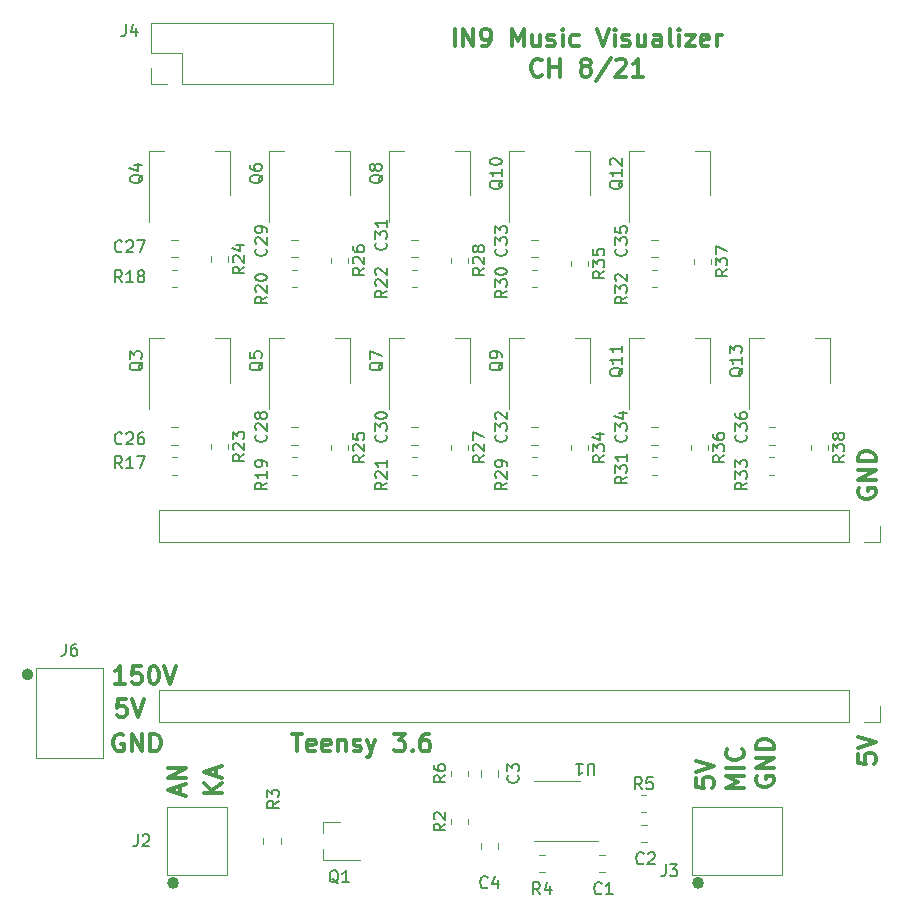
<source format=gbr>
%TF.GenerationSoftware,KiCad,Pcbnew,(5.1.9)-1*%
%TF.CreationDate,2021-08-30T22:29:05-04:00*%
%TF.ProjectId,In9 Music Visualizer RevC,496e3920-4d75-4736-9963-205669737561,rev?*%
%TF.SameCoordinates,Original*%
%TF.FileFunction,Legend,Top*%
%TF.FilePolarity,Positive*%
%FSLAX46Y46*%
G04 Gerber Fmt 4.6, Leading zero omitted, Abs format (unit mm)*
G04 Created by KiCad (PCBNEW (5.1.9)-1) date 2021-08-30 22:29:05*
%MOMM*%
%LPD*%
G01*
G04 APERTURE LIST*
%ADD10C,0.300000*%
%ADD11C,0.120000*%
%ADD12C,0.508000*%
%ADD13C,0.150000*%
G04 APERTURE END LIST*
D10*
X111252142Y-112915000D02*
X111109285Y-112843571D01*
X110895000Y-112843571D01*
X110680714Y-112915000D01*
X110537857Y-113057857D01*
X110466428Y-113200714D01*
X110395000Y-113486428D01*
X110395000Y-113700714D01*
X110466428Y-113986428D01*
X110537857Y-114129285D01*
X110680714Y-114272142D01*
X110895000Y-114343571D01*
X111037857Y-114343571D01*
X111252142Y-114272142D01*
X111323571Y-114200714D01*
X111323571Y-113700714D01*
X111037857Y-113700714D01*
X111966428Y-114343571D02*
X111966428Y-112843571D01*
X112823571Y-114343571D01*
X112823571Y-112843571D01*
X113537857Y-114343571D02*
X113537857Y-112843571D01*
X113895000Y-112843571D01*
X114109285Y-112915000D01*
X114252142Y-113057857D01*
X114323571Y-113200714D01*
X114395000Y-113486428D01*
X114395000Y-113700714D01*
X114323571Y-113986428D01*
X114252142Y-114129285D01*
X114109285Y-114272142D01*
X113895000Y-114343571D01*
X113537857Y-114343571D01*
X111474285Y-109922571D02*
X110760000Y-109922571D01*
X110688571Y-110636857D01*
X110760000Y-110565428D01*
X110902857Y-110494000D01*
X111260000Y-110494000D01*
X111402857Y-110565428D01*
X111474285Y-110636857D01*
X111545714Y-110779714D01*
X111545714Y-111136857D01*
X111474285Y-111279714D01*
X111402857Y-111351142D01*
X111260000Y-111422571D01*
X110902857Y-111422571D01*
X110760000Y-111351142D01*
X110688571Y-111279714D01*
X111974285Y-109922571D02*
X112474285Y-111422571D01*
X112974285Y-109922571D01*
X111387142Y-108628571D02*
X110530000Y-108628571D01*
X110958571Y-108628571D02*
X110958571Y-107128571D01*
X110815714Y-107342857D01*
X110672857Y-107485714D01*
X110530000Y-107557142D01*
X112744285Y-107128571D02*
X112030000Y-107128571D01*
X111958571Y-107842857D01*
X112030000Y-107771428D01*
X112172857Y-107700000D01*
X112530000Y-107700000D01*
X112672857Y-107771428D01*
X112744285Y-107842857D01*
X112815714Y-107985714D01*
X112815714Y-108342857D01*
X112744285Y-108485714D01*
X112672857Y-108557142D01*
X112530000Y-108628571D01*
X112172857Y-108628571D01*
X112030000Y-108557142D01*
X111958571Y-108485714D01*
X113744285Y-107128571D02*
X113887142Y-107128571D01*
X114030000Y-107200000D01*
X114101428Y-107271428D01*
X114172857Y-107414285D01*
X114244285Y-107700000D01*
X114244285Y-108057142D01*
X114172857Y-108342857D01*
X114101428Y-108485714D01*
X114030000Y-108557142D01*
X113887142Y-108628571D01*
X113744285Y-108628571D01*
X113601428Y-108557142D01*
X113530000Y-108485714D01*
X113458571Y-108342857D01*
X113387142Y-108057142D01*
X113387142Y-107700000D01*
X113458571Y-107414285D01*
X113530000Y-107271428D01*
X113601428Y-107200000D01*
X113744285Y-107128571D01*
X114672857Y-107128571D02*
X115172857Y-108628571D01*
X115672857Y-107128571D01*
X139280714Y-54648571D02*
X139280714Y-53148571D01*
X139995000Y-54648571D02*
X139995000Y-53148571D01*
X140852142Y-54648571D01*
X140852142Y-53148571D01*
X141637857Y-54648571D02*
X141923571Y-54648571D01*
X142066428Y-54577142D01*
X142137857Y-54505714D01*
X142280714Y-54291428D01*
X142352142Y-54005714D01*
X142352142Y-53434285D01*
X142280714Y-53291428D01*
X142209285Y-53220000D01*
X142066428Y-53148571D01*
X141780714Y-53148571D01*
X141637857Y-53220000D01*
X141566428Y-53291428D01*
X141495000Y-53434285D01*
X141495000Y-53791428D01*
X141566428Y-53934285D01*
X141637857Y-54005714D01*
X141780714Y-54077142D01*
X142066428Y-54077142D01*
X142209285Y-54005714D01*
X142280714Y-53934285D01*
X142352142Y-53791428D01*
X144137857Y-54648571D02*
X144137857Y-53148571D01*
X144637857Y-54220000D01*
X145137857Y-53148571D01*
X145137857Y-54648571D01*
X146495000Y-53648571D02*
X146495000Y-54648571D01*
X145852142Y-53648571D02*
X145852142Y-54434285D01*
X145923571Y-54577142D01*
X146066428Y-54648571D01*
X146280714Y-54648571D01*
X146423571Y-54577142D01*
X146495000Y-54505714D01*
X147137857Y-54577142D02*
X147280714Y-54648571D01*
X147566428Y-54648571D01*
X147709285Y-54577142D01*
X147780714Y-54434285D01*
X147780714Y-54362857D01*
X147709285Y-54220000D01*
X147566428Y-54148571D01*
X147352142Y-54148571D01*
X147209285Y-54077142D01*
X147137857Y-53934285D01*
X147137857Y-53862857D01*
X147209285Y-53720000D01*
X147352142Y-53648571D01*
X147566428Y-53648571D01*
X147709285Y-53720000D01*
X148423571Y-54648571D02*
X148423571Y-53648571D01*
X148423571Y-53148571D02*
X148352142Y-53220000D01*
X148423571Y-53291428D01*
X148495000Y-53220000D01*
X148423571Y-53148571D01*
X148423571Y-53291428D01*
X149780714Y-54577142D02*
X149637857Y-54648571D01*
X149352142Y-54648571D01*
X149209285Y-54577142D01*
X149137857Y-54505714D01*
X149066428Y-54362857D01*
X149066428Y-53934285D01*
X149137857Y-53791428D01*
X149209285Y-53720000D01*
X149352142Y-53648571D01*
X149637857Y-53648571D01*
X149780714Y-53720000D01*
X151352142Y-53148571D02*
X151852142Y-54648571D01*
X152352142Y-53148571D01*
X152852142Y-54648571D02*
X152852142Y-53648571D01*
X152852142Y-53148571D02*
X152780714Y-53220000D01*
X152852142Y-53291428D01*
X152923571Y-53220000D01*
X152852142Y-53148571D01*
X152852142Y-53291428D01*
X153495000Y-54577142D02*
X153637857Y-54648571D01*
X153923571Y-54648571D01*
X154066428Y-54577142D01*
X154137857Y-54434285D01*
X154137857Y-54362857D01*
X154066428Y-54220000D01*
X153923571Y-54148571D01*
X153709285Y-54148571D01*
X153566428Y-54077142D01*
X153495000Y-53934285D01*
X153495000Y-53862857D01*
X153566428Y-53720000D01*
X153709285Y-53648571D01*
X153923571Y-53648571D01*
X154066428Y-53720000D01*
X155423571Y-53648571D02*
X155423571Y-54648571D01*
X154780714Y-53648571D02*
X154780714Y-54434285D01*
X154852142Y-54577142D01*
X154995000Y-54648571D01*
X155209285Y-54648571D01*
X155352142Y-54577142D01*
X155423571Y-54505714D01*
X156780714Y-54648571D02*
X156780714Y-53862857D01*
X156709285Y-53720000D01*
X156566428Y-53648571D01*
X156280714Y-53648571D01*
X156137857Y-53720000D01*
X156780714Y-54577142D02*
X156637857Y-54648571D01*
X156280714Y-54648571D01*
X156137857Y-54577142D01*
X156066428Y-54434285D01*
X156066428Y-54291428D01*
X156137857Y-54148571D01*
X156280714Y-54077142D01*
X156637857Y-54077142D01*
X156780714Y-54005714D01*
X157709285Y-54648571D02*
X157566428Y-54577142D01*
X157495000Y-54434285D01*
X157495000Y-53148571D01*
X158280714Y-54648571D02*
X158280714Y-53648571D01*
X158280714Y-53148571D02*
X158209285Y-53220000D01*
X158280714Y-53291428D01*
X158352142Y-53220000D01*
X158280714Y-53148571D01*
X158280714Y-53291428D01*
X158852142Y-53648571D02*
X159637857Y-53648571D01*
X158852142Y-54648571D01*
X159637857Y-54648571D01*
X160780714Y-54577142D02*
X160637857Y-54648571D01*
X160352142Y-54648571D01*
X160209285Y-54577142D01*
X160137857Y-54434285D01*
X160137857Y-53862857D01*
X160209285Y-53720000D01*
X160352142Y-53648571D01*
X160637857Y-53648571D01*
X160780714Y-53720000D01*
X160852142Y-53862857D01*
X160852142Y-54005714D01*
X160137857Y-54148571D01*
X161495000Y-54648571D02*
X161495000Y-53648571D01*
X161495000Y-53934285D02*
X161566428Y-53791428D01*
X161637857Y-53720000D01*
X161780714Y-53648571D01*
X161923571Y-53648571D01*
X146673571Y-57055714D02*
X146602142Y-57127142D01*
X146387857Y-57198571D01*
X146245000Y-57198571D01*
X146030714Y-57127142D01*
X145887857Y-56984285D01*
X145816428Y-56841428D01*
X145745000Y-56555714D01*
X145745000Y-56341428D01*
X145816428Y-56055714D01*
X145887857Y-55912857D01*
X146030714Y-55770000D01*
X146245000Y-55698571D01*
X146387857Y-55698571D01*
X146602142Y-55770000D01*
X146673571Y-55841428D01*
X147316428Y-57198571D02*
X147316428Y-55698571D01*
X147316428Y-56412857D02*
X148173571Y-56412857D01*
X148173571Y-57198571D02*
X148173571Y-55698571D01*
X150245000Y-56341428D02*
X150102142Y-56270000D01*
X150030714Y-56198571D01*
X149959285Y-56055714D01*
X149959285Y-55984285D01*
X150030714Y-55841428D01*
X150102142Y-55770000D01*
X150245000Y-55698571D01*
X150530714Y-55698571D01*
X150673571Y-55770000D01*
X150745000Y-55841428D01*
X150816428Y-55984285D01*
X150816428Y-56055714D01*
X150745000Y-56198571D01*
X150673571Y-56270000D01*
X150530714Y-56341428D01*
X150245000Y-56341428D01*
X150102142Y-56412857D01*
X150030714Y-56484285D01*
X149959285Y-56627142D01*
X149959285Y-56912857D01*
X150030714Y-57055714D01*
X150102142Y-57127142D01*
X150245000Y-57198571D01*
X150530714Y-57198571D01*
X150673571Y-57127142D01*
X150745000Y-57055714D01*
X150816428Y-56912857D01*
X150816428Y-56627142D01*
X150745000Y-56484285D01*
X150673571Y-56412857D01*
X150530714Y-56341428D01*
X152530714Y-55627142D02*
X151245000Y-57555714D01*
X152959285Y-55841428D02*
X153030714Y-55770000D01*
X153173571Y-55698571D01*
X153530714Y-55698571D01*
X153673571Y-55770000D01*
X153745000Y-55841428D01*
X153816428Y-55984285D01*
X153816428Y-56127142D01*
X153745000Y-56341428D01*
X152887857Y-57198571D01*
X153816428Y-57198571D01*
X155245000Y-57198571D02*
X154387857Y-57198571D01*
X154816428Y-57198571D02*
X154816428Y-55698571D01*
X154673571Y-55912857D01*
X154530714Y-56055714D01*
X154387857Y-56127142D01*
X173422571Y-114585714D02*
X173422571Y-115300000D01*
X174136857Y-115371428D01*
X174065428Y-115300000D01*
X173994000Y-115157142D01*
X173994000Y-114800000D01*
X174065428Y-114657142D01*
X174136857Y-114585714D01*
X174279714Y-114514285D01*
X174636857Y-114514285D01*
X174779714Y-114585714D01*
X174851142Y-114657142D01*
X174922571Y-114800000D01*
X174922571Y-115157142D01*
X174851142Y-115300000D01*
X174779714Y-115371428D01*
X173422571Y-114085714D02*
X174922571Y-113585714D01*
X173422571Y-113085714D01*
X173494000Y-92074857D02*
X173422571Y-92217714D01*
X173422571Y-92432000D01*
X173494000Y-92646285D01*
X173636857Y-92789142D01*
X173779714Y-92860571D01*
X174065428Y-92932000D01*
X174279714Y-92932000D01*
X174565428Y-92860571D01*
X174708285Y-92789142D01*
X174851142Y-92646285D01*
X174922571Y-92432000D01*
X174922571Y-92289142D01*
X174851142Y-92074857D01*
X174779714Y-92003428D01*
X174279714Y-92003428D01*
X174279714Y-92289142D01*
X174922571Y-91360571D02*
X173422571Y-91360571D01*
X174922571Y-90503428D01*
X173422571Y-90503428D01*
X174922571Y-89789142D02*
X173422571Y-89789142D01*
X173422571Y-89432000D01*
X173494000Y-89217714D01*
X173636857Y-89074857D01*
X173779714Y-89003428D01*
X174065428Y-88932000D01*
X174279714Y-88932000D01*
X174565428Y-89003428D01*
X174708285Y-89074857D01*
X174851142Y-89217714D01*
X174922571Y-89432000D01*
X174922571Y-89789142D01*
X125516428Y-112843571D02*
X126373571Y-112843571D01*
X125945000Y-114343571D02*
X125945000Y-112843571D01*
X127445000Y-114272142D02*
X127302142Y-114343571D01*
X127016428Y-114343571D01*
X126873571Y-114272142D01*
X126802142Y-114129285D01*
X126802142Y-113557857D01*
X126873571Y-113415000D01*
X127016428Y-113343571D01*
X127302142Y-113343571D01*
X127445000Y-113415000D01*
X127516428Y-113557857D01*
X127516428Y-113700714D01*
X126802142Y-113843571D01*
X128730714Y-114272142D02*
X128587857Y-114343571D01*
X128302142Y-114343571D01*
X128159285Y-114272142D01*
X128087857Y-114129285D01*
X128087857Y-113557857D01*
X128159285Y-113415000D01*
X128302142Y-113343571D01*
X128587857Y-113343571D01*
X128730714Y-113415000D01*
X128802142Y-113557857D01*
X128802142Y-113700714D01*
X128087857Y-113843571D01*
X129445000Y-113343571D02*
X129445000Y-114343571D01*
X129445000Y-113486428D02*
X129516428Y-113415000D01*
X129659285Y-113343571D01*
X129873571Y-113343571D01*
X130016428Y-113415000D01*
X130087857Y-113557857D01*
X130087857Y-114343571D01*
X130730714Y-114272142D02*
X130873571Y-114343571D01*
X131159285Y-114343571D01*
X131302142Y-114272142D01*
X131373571Y-114129285D01*
X131373571Y-114057857D01*
X131302142Y-113915000D01*
X131159285Y-113843571D01*
X130945000Y-113843571D01*
X130802142Y-113772142D01*
X130730714Y-113629285D01*
X130730714Y-113557857D01*
X130802142Y-113415000D01*
X130945000Y-113343571D01*
X131159285Y-113343571D01*
X131302142Y-113415000D01*
X131873571Y-113343571D02*
X132230714Y-114343571D01*
X132587857Y-113343571D02*
X132230714Y-114343571D01*
X132087857Y-114700714D01*
X132016428Y-114772142D01*
X131873571Y-114843571D01*
X134159285Y-112843571D02*
X135087857Y-112843571D01*
X134587857Y-113415000D01*
X134802142Y-113415000D01*
X134945000Y-113486428D01*
X135016428Y-113557857D01*
X135087857Y-113700714D01*
X135087857Y-114057857D01*
X135016428Y-114200714D01*
X134945000Y-114272142D01*
X134802142Y-114343571D01*
X134373571Y-114343571D01*
X134230714Y-114272142D01*
X134159285Y-114200714D01*
X135730714Y-114200714D02*
X135802142Y-114272142D01*
X135730714Y-114343571D01*
X135659285Y-114272142D01*
X135730714Y-114200714D01*
X135730714Y-114343571D01*
X137087857Y-112843571D02*
X136802142Y-112843571D01*
X136659285Y-112915000D01*
X136587857Y-112986428D01*
X136445000Y-113200714D01*
X136373571Y-113486428D01*
X136373571Y-114057857D01*
X136445000Y-114200714D01*
X136516428Y-114272142D01*
X136659285Y-114343571D01*
X136945000Y-114343571D01*
X137087857Y-114272142D01*
X137159285Y-114200714D01*
X137230714Y-114057857D01*
X137230714Y-113700714D01*
X137159285Y-113557857D01*
X137087857Y-113486428D01*
X136945000Y-113415000D01*
X136659285Y-113415000D01*
X136516428Y-113486428D01*
X136445000Y-113557857D01*
X136373571Y-113700714D01*
X164858000Y-116458857D02*
X164786571Y-116601714D01*
X164786571Y-116816000D01*
X164858000Y-117030285D01*
X165000857Y-117173142D01*
X165143714Y-117244571D01*
X165429428Y-117316000D01*
X165643714Y-117316000D01*
X165929428Y-117244571D01*
X166072285Y-117173142D01*
X166215142Y-117030285D01*
X166286571Y-116816000D01*
X166286571Y-116673142D01*
X166215142Y-116458857D01*
X166143714Y-116387428D01*
X165643714Y-116387428D01*
X165643714Y-116673142D01*
X166286571Y-115744571D02*
X164786571Y-115744571D01*
X166286571Y-114887428D01*
X164786571Y-114887428D01*
X166286571Y-114173142D02*
X164786571Y-114173142D01*
X164786571Y-113816000D01*
X164858000Y-113601714D01*
X165000857Y-113458857D01*
X165143714Y-113387428D01*
X165429428Y-113316000D01*
X165643714Y-113316000D01*
X165929428Y-113387428D01*
X166072285Y-113458857D01*
X166215142Y-113601714D01*
X166286571Y-113816000D01*
X166286571Y-114173142D01*
X163746571Y-117431142D02*
X162246571Y-117431142D01*
X163318000Y-116931142D01*
X162246571Y-116431142D01*
X163746571Y-116431142D01*
X163746571Y-115716857D02*
X162246571Y-115716857D01*
X163603714Y-114145428D02*
X163675142Y-114216857D01*
X163746571Y-114431142D01*
X163746571Y-114574000D01*
X163675142Y-114788285D01*
X163532285Y-114931142D01*
X163389428Y-115002571D01*
X163103714Y-115074000D01*
X162889428Y-115074000D01*
X162603714Y-115002571D01*
X162460857Y-114931142D01*
X162318000Y-114788285D01*
X162246571Y-114574000D01*
X162246571Y-114431142D01*
X162318000Y-114216857D01*
X162389428Y-114145428D01*
X159706571Y-116617714D02*
X159706571Y-117332000D01*
X160420857Y-117403428D01*
X160349428Y-117332000D01*
X160278000Y-117189142D01*
X160278000Y-116832000D01*
X160349428Y-116689142D01*
X160420857Y-116617714D01*
X160563714Y-116546285D01*
X160920857Y-116546285D01*
X161063714Y-116617714D01*
X161135142Y-116689142D01*
X161206571Y-116832000D01*
X161206571Y-117189142D01*
X161135142Y-117332000D01*
X161063714Y-117403428D01*
X159706571Y-116117714D02*
X161206571Y-115617714D01*
X159706571Y-115117714D01*
X119550571Y-117875714D02*
X118050571Y-117875714D01*
X119550571Y-117018571D02*
X118693428Y-117661428D01*
X118050571Y-117018571D02*
X118907714Y-117875714D01*
X119122000Y-116447142D02*
X119122000Y-115732857D01*
X119550571Y-116590000D02*
X118050571Y-116090000D01*
X119550571Y-115590000D01*
X116074000Y-117982857D02*
X116074000Y-117268571D01*
X116502571Y-118125714D02*
X115002571Y-117625714D01*
X116502571Y-117125714D01*
X116502571Y-116625714D02*
X115002571Y-116625714D01*
X116502571Y-115768571D01*
X115002571Y-115768571D01*
D11*
%TO.C,J6*%
X109537500Y-107315000D02*
X109537500Y-114935000D01*
X103822500Y-107315000D02*
X103822500Y-114935000D01*
X103822500Y-107315000D02*
X109537500Y-107315000D01*
X109537500Y-114935000D02*
X103822500Y-114935000D01*
D12*
X103378000Y-107823000D02*
G75*
G03*
X103378000Y-107823000I-254000J0D01*
G01*
D11*
%TO.C,R6*%
X138965000Y-116432064D02*
X138965000Y-115977936D01*
X140435000Y-116432064D02*
X140435000Y-115977936D01*
%TO.C,R2*%
X138965000Y-120512064D02*
X138965000Y-120057936D01*
X140435000Y-120512064D02*
X140435000Y-120057936D01*
%TO.C,U1*%
X147955000Y-116820000D02*
X146005000Y-116820000D01*
X147955000Y-116820000D02*
X149905000Y-116820000D01*
X147955000Y-121940000D02*
X146005000Y-121940000D01*
X147955000Y-121940000D02*
X151405000Y-121940000D01*
%TO.C,R38*%
X170915000Y-88402936D02*
X170915000Y-88857064D01*
X169445000Y-88402936D02*
X169445000Y-88857064D01*
%TO.C,R37*%
X161009000Y-72654936D02*
X161009000Y-73109064D01*
X159539000Y-72654936D02*
X159539000Y-73109064D01*
%TO.C,R36*%
X160755000Y-88402936D02*
X160755000Y-88857064D01*
X159285000Y-88402936D02*
X159285000Y-88857064D01*
%TO.C,R35*%
X150595000Y-72797936D02*
X150595000Y-73252064D01*
X149125000Y-72797936D02*
X149125000Y-73252064D01*
%TO.C,R34*%
X150595000Y-88402936D02*
X150595000Y-88857064D01*
X149125000Y-88402936D02*
X149125000Y-88857064D01*
%TO.C,R33*%
X165872936Y-89435000D02*
X166327064Y-89435000D01*
X165872936Y-90905000D02*
X166327064Y-90905000D01*
%TO.C,R32*%
X155982936Y-73560000D02*
X156437064Y-73560000D01*
X155982936Y-75030000D02*
X156437064Y-75030000D01*
%TO.C,R31*%
X155982936Y-89435000D02*
X156437064Y-89435000D01*
X155982936Y-90905000D02*
X156437064Y-90905000D01*
%TO.C,R30*%
X145822936Y-73560000D02*
X146277064Y-73560000D01*
X145822936Y-75030000D02*
X146277064Y-75030000D01*
%TO.C,R29*%
X145822936Y-89435000D02*
X146277064Y-89435000D01*
X145822936Y-90905000D02*
X146277064Y-90905000D01*
%TO.C,R28*%
X140435000Y-72527936D02*
X140435000Y-72982064D01*
X138965000Y-72527936D02*
X138965000Y-72982064D01*
%TO.C,R27*%
X140435000Y-88402936D02*
X140435000Y-88857064D01*
X138965000Y-88402936D02*
X138965000Y-88857064D01*
%TO.C,R26*%
X130275000Y-72527936D02*
X130275000Y-72982064D01*
X128805000Y-72527936D02*
X128805000Y-72982064D01*
%TO.C,R25*%
X130275000Y-88402936D02*
X130275000Y-88857064D01*
X128805000Y-88402936D02*
X128805000Y-88857064D01*
%TO.C,R24*%
X120115000Y-72432936D02*
X120115000Y-72887064D01*
X118645000Y-72432936D02*
X118645000Y-72887064D01*
%TO.C,R23*%
X120115000Y-88307936D02*
X120115000Y-88762064D01*
X118645000Y-88307936D02*
X118645000Y-88762064D01*
%TO.C,R22*%
X135662936Y-73560000D02*
X136117064Y-73560000D01*
X135662936Y-75030000D02*
X136117064Y-75030000D01*
%TO.C,R21*%
X135662936Y-89435000D02*
X136117064Y-89435000D01*
X135662936Y-90905000D02*
X136117064Y-90905000D01*
%TO.C,R20*%
X125502936Y-73560000D02*
X125957064Y-73560000D01*
X125502936Y-75030000D02*
X125957064Y-75030000D01*
%TO.C,R19*%
X125502936Y-89435000D02*
X125957064Y-89435000D01*
X125502936Y-90905000D02*
X125957064Y-90905000D01*
%TO.C,R18*%
X115342936Y-73560000D02*
X115797064Y-73560000D01*
X115342936Y-75030000D02*
X115797064Y-75030000D01*
%TO.C,R17*%
X115342936Y-89435000D02*
X115797064Y-89435000D01*
X115342936Y-90905000D02*
X115797064Y-90905000D01*
%TO.C,R5*%
X155077936Y-118010000D02*
X155532064Y-118010000D01*
X155077936Y-119480000D02*
X155532064Y-119480000D01*
%TO.C,R4*%
X146457936Y-123090000D02*
X146912064Y-123090000D01*
X146457936Y-124560000D02*
X146912064Y-124560000D01*
%TO.C,R3*%
X124560000Y-121692936D02*
X124560000Y-122147064D01*
X123090000Y-121692936D02*
X123090000Y-122147064D01*
%TO.C,Q13*%
X171050000Y-79370000D02*
X169790000Y-79370000D01*
X164230000Y-79370000D02*
X165490000Y-79370000D01*
X171050000Y-83130000D02*
X171050000Y-79370000D01*
X164230000Y-85380000D02*
X164230000Y-79370000D01*
%TO.C,Q12*%
X160890000Y-63495000D02*
X159630000Y-63495000D01*
X154070000Y-63495000D02*
X155330000Y-63495000D01*
X160890000Y-67255000D02*
X160890000Y-63495000D01*
X154070000Y-69505000D02*
X154070000Y-63495000D01*
%TO.C,Q11*%
X160890000Y-79370000D02*
X159630000Y-79370000D01*
X154070000Y-79370000D02*
X155330000Y-79370000D01*
X160890000Y-83130000D02*
X160890000Y-79370000D01*
X154070000Y-85380000D02*
X154070000Y-79370000D01*
%TO.C,Q10*%
X150730000Y-63495000D02*
X149470000Y-63495000D01*
X143910000Y-63495000D02*
X145170000Y-63495000D01*
X150730000Y-67255000D02*
X150730000Y-63495000D01*
X143910000Y-69505000D02*
X143910000Y-63495000D01*
%TO.C,Q9*%
X150730000Y-79370000D02*
X149470000Y-79370000D01*
X143910000Y-79370000D02*
X145170000Y-79370000D01*
X150730000Y-83130000D02*
X150730000Y-79370000D01*
X143910000Y-85380000D02*
X143910000Y-79370000D01*
%TO.C,Q8*%
X140570000Y-63495000D02*
X139310000Y-63495000D01*
X133750000Y-63495000D02*
X135010000Y-63495000D01*
X140570000Y-67255000D02*
X140570000Y-63495000D01*
X133750000Y-69505000D02*
X133750000Y-63495000D01*
%TO.C,Q7*%
X140570000Y-79370000D02*
X139310000Y-79370000D01*
X133750000Y-79370000D02*
X135010000Y-79370000D01*
X140570000Y-83130000D02*
X140570000Y-79370000D01*
X133750000Y-85380000D02*
X133750000Y-79370000D01*
%TO.C,Q6*%
X130410000Y-63495000D02*
X129150000Y-63495000D01*
X123590000Y-63495000D02*
X124850000Y-63495000D01*
X130410000Y-67255000D02*
X130410000Y-63495000D01*
X123590000Y-69505000D02*
X123590000Y-63495000D01*
%TO.C,Q5*%
X130410000Y-79370000D02*
X129150000Y-79370000D01*
X123590000Y-79370000D02*
X124850000Y-79370000D01*
X130410000Y-83130000D02*
X130410000Y-79370000D01*
X123590000Y-85380000D02*
X123590000Y-79370000D01*
%TO.C,Q4*%
X120250000Y-63495000D02*
X118990000Y-63495000D01*
X113430000Y-63495000D02*
X114690000Y-63495000D01*
X120250000Y-67255000D02*
X120250000Y-63495000D01*
X113430000Y-69505000D02*
X113430000Y-63495000D01*
%TO.C,Q3*%
X120250000Y-79370000D02*
X118990000Y-79370000D01*
X113430000Y-79370000D02*
X114690000Y-79370000D01*
X120250000Y-83130000D02*
X120250000Y-79370000D01*
X113430000Y-85380000D02*
X113430000Y-79370000D01*
%TO.C,Q1*%
X128145000Y-120340000D02*
X128145000Y-121270000D01*
X128145000Y-123500000D02*
X128145000Y-122570000D01*
X128145000Y-123500000D02*
X131305000Y-123500000D01*
X128145000Y-120340000D02*
X129605000Y-120340000D01*
%TO.C,J4*%
X128965000Y-57845000D02*
X128965000Y-52645000D01*
X116205000Y-57845000D02*
X128965000Y-57845000D01*
X113605000Y-52645000D02*
X128965000Y-52645000D01*
X116205000Y-57845000D02*
X116205000Y-55245000D01*
X116205000Y-55245000D02*
X113605000Y-55245000D01*
X113605000Y-55245000D02*
X113605000Y-52645000D01*
X114935000Y-57845000D02*
X113605000Y-57845000D01*
X113605000Y-57845000D02*
X113605000Y-56515000D01*
%TO.C,J3*%
X159385000Y-119062500D02*
X167005000Y-119062500D01*
X159385000Y-124777500D02*
X167005000Y-124777500D01*
X159385000Y-124777500D02*
X159385000Y-119062500D01*
X167005000Y-119062500D02*
X167005000Y-124777500D01*
D12*
X160147000Y-125476000D02*
G75*
G03*
X160147000Y-125476000I-254000J0D01*
G01*
%TO.C,J2*%
X115697000Y-125476000D02*
G75*
G03*
X115697000Y-125476000I-254000J0D01*
G01*
D11*
X114935000Y-119062500D02*
X120015000Y-119062500D01*
X114935000Y-124777500D02*
X120015000Y-124777500D01*
X114935000Y-124777500D02*
X114935000Y-119062500D01*
X120015000Y-119062500D02*
X120015000Y-124777500D01*
%TO.C,MCU1*%
X175320000Y-95250000D02*
X175320000Y-96580000D01*
X175320000Y-96580000D02*
X173990000Y-96580000D01*
X172720000Y-96580000D02*
X114240000Y-96580000D01*
X114240000Y-93920000D02*
X114240000Y-96580000D01*
X172720000Y-93920000D02*
X114240000Y-93920000D01*
X172720000Y-93920000D02*
X172720000Y-96580000D01*
X172720000Y-111820000D02*
X114240000Y-111820000D01*
X114240000Y-109160000D02*
X114240000Y-111820000D01*
X172720000Y-109160000D02*
X172720000Y-111820000D01*
X175320000Y-110490000D02*
X175320000Y-111820000D01*
X172720000Y-109160000D02*
X114240000Y-109160000D01*
X175320000Y-111820000D02*
X173990000Y-111820000D01*
%TO.C,C36*%
X165876248Y-86895000D02*
X166398752Y-86895000D01*
X165876248Y-88365000D02*
X166398752Y-88365000D01*
%TO.C,C35*%
X155948748Y-71020000D02*
X156471252Y-71020000D01*
X155948748Y-72490000D02*
X156471252Y-72490000D01*
%TO.C,C34*%
X155948748Y-86895000D02*
X156471252Y-86895000D01*
X155948748Y-88365000D02*
X156471252Y-88365000D01*
%TO.C,C33*%
X145788748Y-71020000D02*
X146311252Y-71020000D01*
X145788748Y-72490000D02*
X146311252Y-72490000D01*
%TO.C,C32*%
X145788748Y-86895000D02*
X146311252Y-86895000D01*
X145788748Y-88365000D02*
X146311252Y-88365000D01*
%TO.C,C31*%
X135628748Y-71020000D02*
X136151252Y-71020000D01*
X135628748Y-72490000D02*
X136151252Y-72490000D01*
%TO.C,C30*%
X135628748Y-86895000D02*
X136151252Y-86895000D01*
X135628748Y-88365000D02*
X136151252Y-88365000D01*
%TO.C,C29*%
X125468748Y-71020000D02*
X125991252Y-71020000D01*
X125468748Y-72490000D02*
X125991252Y-72490000D01*
%TO.C,C28*%
X125468748Y-86895000D02*
X125991252Y-86895000D01*
X125468748Y-88365000D02*
X125991252Y-88365000D01*
%TO.C,C27*%
X115308748Y-71020000D02*
X115831252Y-71020000D01*
X115308748Y-72490000D02*
X115831252Y-72490000D01*
%TO.C,C26*%
X115308748Y-86895000D02*
X115831252Y-86895000D01*
X115308748Y-88365000D02*
X115831252Y-88365000D01*
%TO.C,C4*%
X142975000Y-122061248D02*
X142975000Y-122583752D01*
X141505000Y-122061248D02*
X141505000Y-122583752D01*
%TO.C,C3*%
X141505000Y-116466252D02*
X141505000Y-115943748D01*
X142975000Y-116466252D02*
X142975000Y-115943748D01*
%TO.C,C2*%
X155081248Y-120550000D02*
X155603752Y-120550000D01*
X155081248Y-122020000D02*
X155603752Y-122020000D01*
%TO.C,C1*%
X151503748Y-123090000D02*
X152026252Y-123090000D01*
X151503748Y-124560000D02*
X152026252Y-124560000D01*
%TO.C,J6*%
D13*
X106346666Y-105243380D02*
X106346666Y-105957666D01*
X106299047Y-106100523D01*
X106203809Y-106195761D01*
X106060952Y-106243380D01*
X105965714Y-106243380D01*
X107251428Y-105243380D02*
X107060952Y-105243380D01*
X106965714Y-105291000D01*
X106918095Y-105338619D01*
X106822857Y-105481476D01*
X106775238Y-105671952D01*
X106775238Y-106052904D01*
X106822857Y-106148142D01*
X106870476Y-106195761D01*
X106965714Y-106243380D01*
X107156190Y-106243380D01*
X107251428Y-106195761D01*
X107299047Y-106148142D01*
X107346666Y-106052904D01*
X107346666Y-105814809D01*
X107299047Y-105719571D01*
X107251428Y-105671952D01*
X107156190Y-105624333D01*
X106965714Y-105624333D01*
X106870476Y-105671952D01*
X106822857Y-105719571D01*
X106775238Y-105814809D01*
%TO.C,R6*%
X138502380Y-116371666D02*
X138026190Y-116705000D01*
X138502380Y-116943095D02*
X137502380Y-116943095D01*
X137502380Y-116562142D01*
X137550000Y-116466904D01*
X137597619Y-116419285D01*
X137692857Y-116371666D01*
X137835714Y-116371666D01*
X137930952Y-116419285D01*
X137978571Y-116466904D01*
X138026190Y-116562142D01*
X138026190Y-116943095D01*
X137502380Y-115514523D02*
X137502380Y-115705000D01*
X137550000Y-115800238D01*
X137597619Y-115847857D01*
X137740476Y-115943095D01*
X137930952Y-115990714D01*
X138311904Y-115990714D01*
X138407142Y-115943095D01*
X138454761Y-115895476D01*
X138502380Y-115800238D01*
X138502380Y-115609761D01*
X138454761Y-115514523D01*
X138407142Y-115466904D01*
X138311904Y-115419285D01*
X138073809Y-115419285D01*
X137978571Y-115466904D01*
X137930952Y-115514523D01*
X137883333Y-115609761D01*
X137883333Y-115800238D01*
X137930952Y-115895476D01*
X137978571Y-115943095D01*
X138073809Y-115990714D01*
%TO.C,R2*%
X138502380Y-120451666D02*
X138026190Y-120785000D01*
X138502380Y-121023095D02*
X137502380Y-121023095D01*
X137502380Y-120642142D01*
X137550000Y-120546904D01*
X137597619Y-120499285D01*
X137692857Y-120451666D01*
X137835714Y-120451666D01*
X137930952Y-120499285D01*
X137978571Y-120546904D01*
X138026190Y-120642142D01*
X138026190Y-121023095D01*
X137597619Y-120070714D02*
X137550000Y-120023095D01*
X137502380Y-119927857D01*
X137502380Y-119689761D01*
X137550000Y-119594523D01*
X137597619Y-119546904D01*
X137692857Y-119499285D01*
X137788095Y-119499285D01*
X137930952Y-119546904D01*
X138502380Y-120118333D01*
X138502380Y-119499285D01*
%TO.C,U1*%
X151129904Y-116371619D02*
X151129904Y-115562095D01*
X151082285Y-115466857D01*
X151034666Y-115419238D01*
X150939428Y-115371619D01*
X150748952Y-115371619D01*
X150653714Y-115419238D01*
X150606095Y-115466857D01*
X150558476Y-115562095D01*
X150558476Y-116371619D01*
X149558476Y-115371619D02*
X150129904Y-115371619D01*
X149844190Y-115371619D02*
X149844190Y-116371619D01*
X149939428Y-116228761D01*
X150034666Y-116133523D01*
X150129904Y-116085904D01*
%TO.C,R38*%
X172282380Y-89272857D02*
X171806190Y-89606190D01*
X172282380Y-89844285D02*
X171282380Y-89844285D01*
X171282380Y-89463333D01*
X171330000Y-89368095D01*
X171377619Y-89320476D01*
X171472857Y-89272857D01*
X171615714Y-89272857D01*
X171710952Y-89320476D01*
X171758571Y-89368095D01*
X171806190Y-89463333D01*
X171806190Y-89844285D01*
X171282380Y-88939523D02*
X171282380Y-88320476D01*
X171663333Y-88653809D01*
X171663333Y-88510952D01*
X171710952Y-88415714D01*
X171758571Y-88368095D01*
X171853809Y-88320476D01*
X172091904Y-88320476D01*
X172187142Y-88368095D01*
X172234761Y-88415714D01*
X172282380Y-88510952D01*
X172282380Y-88796666D01*
X172234761Y-88891904D01*
X172187142Y-88939523D01*
X171710952Y-87749047D02*
X171663333Y-87844285D01*
X171615714Y-87891904D01*
X171520476Y-87939523D01*
X171472857Y-87939523D01*
X171377619Y-87891904D01*
X171330000Y-87844285D01*
X171282380Y-87749047D01*
X171282380Y-87558571D01*
X171330000Y-87463333D01*
X171377619Y-87415714D01*
X171472857Y-87368095D01*
X171520476Y-87368095D01*
X171615714Y-87415714D01*
X171663333Y-87463333D01*
X171710952Y-87558571D01*
X171710952Y-87749047D01*
X171758571Y-87844285D01*
X171806190Y-87891904D01*
X171901428Y-87939523D01*
X172091904Y-87939523D01*
X172187142Y-87891904D01*
X172234761Y-87844285D01*
X172282380Y-87749047D01*
X172282380Y-87558571D01*
X172234761Y-87463333D01*
X172187142Y-87415714D01*
X172091904Y-87368095D01*
X171901428Y-87368095D01*
X171806190Y-87415714D01*
X171758571Y-87463333D01*
X171710952Y-87558571D01*
%TO.C,R37*%
X162376380Y-73524857D02*
X161900190Y-73858190D01*
X162376380Y-74096285D02*
X161376380Y-74096285D01*
X161376380Y-73715333D01*
X161424000Y-73620095D01*
X161471619Y-73572476D01*
X161566857Y-73524857D01*
X161709714Y-73524857D01*
X161804952Y-73572476D01*
X161852571Y-73620095D01*
X161900190Y-73715333D01*
X161900190Y-74096285D01*
X161376380Y-73191523D02*
X161376380Y-72572476D01*
X161757333Y-72905809D01*
X161757333Y-72762952D01*
X161804952Y-72667714D01*
X161852571Y-72620095D01*
X161947809Y-72572476D01*
X162185904Y-72572476D01*
X162281142Y-72620095D01*
X162328761Y-72667714D01*
X162376380Y-72762952D01*
X162376380Y-73048666D01*
X162328761Y-73143904D01*
X162281142Y-73191523D01*
X161376380Y-72239142D02*
X161376380Y-71572476D01*
X162376380Y-72001047D01*
%TO.C,R36*%
X162122380Y-89272857D02*
X161646190Y-89606190D01*
X162122380Y-89844285D02*
X161122380Y-89844285D01*
X161122380Y-89463333D01*
X161170000Y-89368095D01*
X161217619Y-89320476D01*
X161312857Y-89272857D01*
X161455714Y-89272857D01*
X161550952Y-89320476D01*
X161598571Y-89368095D01*
X161646190Y-89463333D01*
X161646190Y-89844285D01*
X161122380Y-88939523D02*
X161122380Y-88320476D01*
X161503333Y-88653809D01*
X161503333Y-88510952D01*
X161550952Y-88415714D01*
X161598571Y-88368095D01*
X161693809Y-88320476D01*
X161931904Y-88320476D01*
X162027142Y-88368095D01*
X162074761Y-88415714D01*
X162122380Y-88510952D01*
X162122380Y-88796666D01*
X162074761Y-88891904D01*
X162027142Y-88939523D01*
X161122380Y-87463333D02*
X161122380Y-87653809D01*
X161170000Y-87749047D01*
X161217619Y-87796666D01*
X161360476Y-87891904D01*
X161550952Y-87939523D01*
X161931904Y-87939523D01*
X162027142Y-87891904D01*
X162074761Y-87844285D01*
X162122380Y-87749047D01*
X162122380Y-87558571D01*
X162074761Y-87463333D01*
X162027142Y-87415714D01*
X161931904Y-87368095D01*
X161693809Y-87368095D01*
X161598571Y-87415714D01*
X161550952Y-87463333D01*
X161503333Y-87558571D01*
X161503333Y-87749047D01*
X161550952Y-87844285D01*
X161598571Y-87891904D01*
X161693809Y-87939523D01*
%TO.C,R35*%
X151962380Y-73667857D02*
X151486190Y-74001190D01*
X151962380Y-74239285D02*
X150962380Y-74239285D01*
X150962380Y-73858333D01*
X151010000Y-73763095D01*
X151057619Y-73715476D01*
X151152857Y-73667857D01*
X151295714Y-73667857D01*
X151390952Y-73715476D01*
X151438571Y-73763095D01*
X151486190Y-73858333D01*
X151486190Y-74239285D01*
X150962380Y-73334523D02*
X150962380Y-72715476D01*
X151343333Y-73048809D01*
X151343333Y-72905952D01*
X151390952Y-72810714D01*
X151438571Y-72763095D01*
X151533809Y-72715476D01*
X151771904Y-72715476D01*
X151867142Y-72763095D01*
X151914761Y-72810714D01*
X151962380Y-72905952D01*
X151962380Y-73191666D01*
X151914761Y-73286904D01*
X151867142Y-73334523D01*
X150962380Y-71810714D02*
X150962380Y-72286904D01*
X151438571Y-72334523D01*
X151390952Y-72286904D01*
X151343333Y-72191666D01*
X151343333Y-71953571D01*
X151390952Y-71858333D01*
X151438571Y-71810714D01*
X151533809Y-71763095D01*
X151771904Y-71763095D01*
X151867142Y-71810714D01*
X151914761Y-71858333D01*
X151962380Y-71953571D01*
X151962380Y-72191666D01*
X151914761Y-72286904D01*
X151867142Y-72334523D01*
%TO.C,R34*%
X151962380Y-89272857D02*
X151486190Y-89606190D01*
X151962380Y-89844285D02*
X150962380Y-89844285D01*
X150962380Y-89463333D01*
X151010000Y-89368095D01*
X151057619Y-89320476D01*
X151152857Y-89272857D01*
X151295714Y-89272857D01*
X151390952Y-89320476D01*
X151438571Y-89368095D01*
X151486190Y-89463333D01*
X151486190Y-89844285D01*
X150962380Y-88939523D02*
X150962380Y-88320476D01*
X151343333Y-88653809D01*
X151343333Y-88510952D01*
X151390952Y-88415714D01*
X151438571Y-88368095D01*
X151533809Y-88320476D01*
X151771904Y-88320476D01*
X151867142Y-88368095D01*
X151914761Y-88415714D01*
X151962380Y-88510952D01*
X151962380Y-88796666D01*
X151914761Y-88891904D01*
X151867142Y-88939523D01*
X151295714Y-87463333D02*
X151962380Y-87463333D01*
X150914761Y-87701428D02*
X151629047Y-87939523D01*
X151629047Y-87320476D01*
%TO.C,R33*%
X164028380Y-91574857D02*
X163552190Y-91908190D01*
X164028380Y-92146285D02*
X163028380Y-92146285D01*
X163028380Y-91765333D01*
X163076000Y-91670095D01*
X163123619Y-91622476D01*
X163218857Y-91574857D01*
X163361714Y-91574857D01*
X163456952Y-91622476D01*
X163504571Y-91670095D01*
X163552190Y-91765333D01*
X163552190Y-92146285D01*
X163028380Y-91241523D02*
X163028380Y-90622476D01*
X163409333Y-90955809D01*
X163409333Y-90812952D01*
X163456952Y-90717714D01*
X163504571Y-90670095D01*
X163599809Y-90622476D01*
X163837904Y-90622476D01*
X163933142Y-90670095D01*
X163980761Y-90717714D01*
X164028380Y-90812952D01*
X164028380Y-91098666D01*
X163980761Y-91193904D01*
X163933142Y-91241523D01*
X163028380Y-90289142D02*
X163028380Y-89670095D01*
X163409333Y-90003428D01*
X163409333Y-89860571D01*
X163456952Y-89765333D01*
X163504571Y-89717714D01*
X163599809Y-89670095D01*
X163837904Y-89670095D01*
X163933142Y-89717714D01*
X163980761Y-89765333D01*
X164028380Y-89860571D01*
X164028380Y-90146285D01*
X163980761Y-90241523D01*
X163933142Y-90289142D01*
%TO.C,R32*%
X153868380Y-75826857D02*
X153392190Y-76160190D01*
X153868380Y-76398285D02*
X152868380Y-76398285D01*
X152868380Y-76017333D01*
X152916000Y-75922095D01*
X152963619Y-75874476D01*
X153058857Y-75826857D01*
X153201714Y-75826857D01*
X153296952Y-75874476D01*
X153344571Y-75922095D01*
X153392190Y-76017333D01*
X153392190Y-76398285D01*
X152868380Y-75493523D02*
X152868380Y-74874476D01*
X153249333Y-75207809D01*
X153249333Y-75064952D01*
X153296952Y-74969714D01*
X153344571Y-74922095D01*
X153439809Y-74874476D01*
X153677904Y-74874476D01*
X153773142Y-74922095D01*
X153820761Y-74969714D01*
X153868380Y-75064952D01*
X153868380Y-75350666D01*
X153820761Y-75445904D01*
X153773142Y-75493523D01*
X152963619Y-74493523D02*
X152916000Y-74445904D01*
X152868380Y-74350666D01*
X152868380Y-74112571D01*
X152916000Y-74017333D01*
X152963619Y-73969714D01*
X153058857Y-73922095D01*
X153154095Y-73922095D01*
X153296952Y-73969714D01*
X153868380Y-74541142D01*
X153868380Y-73922095D01*
%TO.C,R31*%
X153868380Y-91066857D02*
X153392190Y-91400190D01*
X153868380Y-91638285D02*
X152868380Y-91638285D01*
X152868380Y-91257333D01*
X152916000Y-91162095D01*
X152963619Y-91114476D01*
X153058857Y-91066857D01*
X153201714Y-91066857D01*
X153296952Y-91114476D01*
X153344571Y-91162095D01*
X153392190Y-91257333D01*
X153392190Y-91638285D01*
X152868380Y-90733523D02*
X152868380Y-90114476D01*
X153249333Y-90447809D01*
X153249333Y-90304952D01*
X153296952Y-90209714D01*
X153344571Y-90162095D01*
X153439809Y-90114476D01*
X153677904Y-90114476D01*
X153773142Y-90162095D01*
X153820761Y-90209714D01*
X153868380Y-90304952D01*
X153868380Y-90590666D01*
X153820761Y-90685904D01*
X153773142Y-90733523D01*
X153868380Y-89162095D02*
X153868380Y-89733523D01*
X153868380Y-89447809D02*
X152868380Y-89447809D01*
X153011238Y-89543047D01*
X153106476Y-89638285D01*
X153154095Y-89733523D01*
%TO.C,R30*%
X143708380Y-75318857D02*
X143232190Y-75652190D01*
X143708380Y-75890285D02*
X142708380Y-75890285D01*
X142708380Y-75509333D01*
X142756000Y-75414095D01*
X142803619Y-75366476D01*
X142898857Y-75318857D01*
X143041714Y-75318857D01*
X143136952Y-75366476D01*
X143184571Y-75414095D01*
X143232190Y-75509333D01*
X143232190Y-75890285D01*
X142708380Y-74985523D02*
X142708380Y-74366476D01*
X143089333Y-74699809D01*
X143089333Y-74556952D01*
X143136952Y-74461714D01*
X143184571Y-74414095D01*
X143279809Y-74366476D01*
X143517904Y-74366476D01*
X143613142Y-74414095D01*
X143660761Y-74461714D01*
X143708380Y-74556952D01*
X143708380Y-74842666D01*
X143660761Y-74937904D01*
X143613142Y-74985523D01*
X142708380Y-73747428D02*
X142708380Y-73652190D01*
X142756000Y-73556952D01*
X142803619Y-73509333D01*
X142898857Y-73461714D01*
X143089333Y-73414095D01*
X143327428Y-73414095D01*
X143517904Y-73461714D01*
X143613142Y-73509333D01*
X143660761Y-73556952D01*
X143708380Y-73652190D01*
X143708380Y-73747428D01*
X143660761Y-73842666D01*
X143613142Y-73890285D01*
X143517904Y-73937904D01*
X143327428Y-73985523D01*
X143089333Y-73985523D01*
X142898857Y-73937904D01*
X142803619Y-73890285D01*
X142756000Y-73842666D01*
X142708380Y-73747428D01*
%TO.C,R29*%
X143708380Y-91574857D02*
X143232190Y-91908190D01*
X143708380Y-92146285D02*
X142708380Y-92146285D01*
X142708380Y-91765333D01*
X142756000Y-91670095D01*
X142803619Y-91622476D01*
X142898857Y-91574857D01*
X143041714Y-91574857D01*
X143136952Y-91622476D01*
X143184571Y-91670095D01*
X143232190Y-91765333D01*
X143232190Y-92146285D01*
X142803619Y-91193904D02*
X142756000Y-91146285D01*
X142708380Y-91051047D01*
X142708380Y-90812952D01*
X142756000Y-90717714D01*
X142803619Y-90670095D01*
X142898857Y-90622476D01*
X142994095Y-90622476D01*
X143136952Y-90670095D01*
X143708380Y-91241523D01*
X143708380Y-90622476D01*
X143708380Y-90146285D02*
X143708380Y-89955809D01*
X143660761Y-89860571D01*
X143613142Y-89812952D01*
X143470285Y-89717714D01*
X143279809Y-89670095D01*
X142898857Y-89670095D01*
X142803619Y-89717714D01*
X142756000Y-89765333D01*
X142708380Y-89860571D01*
X142708380Y-90051047D01*
X142756000Y-90146285D01*
X142803619Y-90193904D01*
X142898857Y-90241523D01*
X143136952Y-90241523D01*
X143232190Y-90193904D01*
X143279809Y-90146285D01*
X143327428Y-90051047D01*
X143327428Y-89860571D01*
X143279809Y-89765333D01*
X143232190Y-89717714D01*
X143136952Y-89670095D01*
%TO.C,R28*%
X141802380Y-73397857D02*
X141326190Y-73731190D01*
X141802380Y-73969285D02*
X140802380Y-73969285D01*
X140802380Y-73588333D01*
X140850000Y-73493095D01*
X140897619Y-73445476D01*
X140992857Y-73397857D01*
X141135714Y-73397857D01*
X141230952Y-73445476D01*
X141278571Y-73493095D01*
X141326190Y-73588333D01*
X141326190Y-73969285D01*
X140897619Y-73016904D02*
X140850000Y-72969285D01*
X140802380Y-72874047D01*
X140802380Y-72635952D01*
X140850000Y-72540714D01*
X140897619Y-72493095D01*
X140992857Y-72445476D01*
X141088095Y-72445476D01*
X141230952Y-72493095D01*
X141802380Y-73064523D01*
X141802380Y-72445476D01*
X141230952Y-71874047D02*
X141183333Y-71969285D01*
X141135714Y-72016904D01*
X141040476Y-72064523D01*
X140992857Y-72064523D01*
X140897619Y-72016904D01*
X140850000Y-71969285D01*
X140802380Y-71874047D01*
X140802380Y-71683571D01*
X140850000Y-71588333D01*
X140897619Y-71540714D01*
X140992857Y-71493095D01*
X141040476Y-71493095D01*
X141135714Y-71540714D01*
X141183333Y-71588333D01*
X141230952Y-71683571D01*
X141230952Y-71874047D01*
X141278571Y-71969285D01*
X141326190Y-72016904D01*
X141421428Y-72064523D01*
X141611904Y-72064523D01*
X141707142Y-72016904D01*
X141754761Y-71969285D01*
X141802380Y-71874047D01*
X141802380Y-71683571D01*
X141754761Y-71588333D01*
X141707142Y-71540714D01*
X141611904Y-71493095D01*
X141421428Y-71493095D01*
X141326190Y-71540714D01*
X141278571Y-71588333D01*
X141230952Y-71683571D01*
%TO.C,R27*%
X141802380Y-89272857D02*
X141326190Y-89606190D01*
X141802380Y-89844285D02*
X140802380Y-89844285D01*
X140802380Y-89463333D01*
X140850000Y-89368095D01*
X140897619Y-89320476D01*
X140992857Y-89272857D01*
X141135714Y-89272857D01*
X141230952Y-89320476D01*
X141278571Y-89368095D01*
X141326190Y-89463333D01*
X141326190Y-89844285D01*
X140897619Y-88891904D02*
X140850000Y-88844285D01*
X140802380Y-88749047D01*
X140802380Y-88510952D01*
X140850000Y-88415714D01*
X140897619Y-88368095D01*
X140992857Y-88320476D01*
X141088095Y-88320476D01*
X141230952Y-88368095D01*
X141802380Y-88939523D01*
X141802380Y-88320476D01*
X140802380Y-87987142D02*
X140802380Y-87320476D01*
X141802380Y-87749047D01*
%TO.C,R26*%
X131642380Y-73397857D02*
X131166190Y-73731190D01*
X131642380Y-73969285D02*
X130642380Y-73969285D01*
X130642380Y-73588333D01*
X130690000Y-73493095D01*
X130737619Y-73445476D01*
X130832857Y-73397857D01*
X130975714Y-73397857D01*
X131070952Y-73445476D01*
X131118571Y-73493095D01*
X131166190Y-73588333D01*
X131166190Y-73969285D01*
X130737619Y-73016904D02*
X130690000Y-72969285D01*
X130642380Y-72874047D01*
X130642380Y-72635952D01*
X130690000Y-72540714D01*
X130737619Y-72493095D01*
X130832857Y-72445476D01*
X130928095Y-72445476D01*
X131070952Y-72493095D01*
X131642380Y-73064523D01*
X131642380Y-72445476D01*
X130642380Y-71588333D02*
X130642380Y-71778809D01*
X130690000Y-71874047D01*
X130737619Y-71921666D01*
X130880476Y-72016904D01*
X131070952Y-72064523D01*
X131451904Y-72064523D01*
X131547142Y-72016904D01*
X131594761Y-71969285D01*
X131642380Y-71874047D01*
X131642380Y-71683571D01*
X131594761Y-71588333D01*
X131547142Y-71540714D01*
X131451904Y-71493095D01*
X131213809Y-71493095D01*
X131118571Y-71540714D01*
X131070952Y-71588333D01*
X131023333Y-71683571D01*
X131023333Y-71874047D01*
X131070952Y-71969285D01*
X131118571Y-72016904D01*
X131213809Y-72064523D01*
%TO.C,R25*%
X131642380Y-89272857D02*
X131166190Y-89606190D01*
X131642380Y-89844285D02*
X130642380Y-89844285D01*
X130642380Y-89463333D01*
X130690000Y-89368095D01*
X130737619Y-89320476D01*
X130832857Y-89272857D01*
X130975714Y-89272857D01*
X131070952Y-89320476D01*
X131118571Y-89368095D01*
X131166190Y-89463333D01*
X131166190Y-89844285D01*
X130737619Y-88891904D02*
X130690000Y-88844285D01*
X130642380Y-88749047D01*
X130642380Y-88510952D01*
X130690000Y-88415714D01*
X130737619Y-88368095D01*
X130832857Y-88320476D01*
X130928095Y-88320476D01*
X131070952Y-88368095D01*
X131642380Y-88939523D01*
X131642380Y-88320476D01*
X130642380Y-87415714D02*
X130642380Y-87891904D01*
X131118571Y-87939523D01*
X131070952Y-87891904D01*
X131023333Y-87796666D01*
X131023333Y-87558571D01*
X131070952Y-87463333D01*
X131118571Y-87415714D01*
X131213809Y-87368095D01*
X131451904Y-87368095D01*
X131547142Y-87415714D01*
X131594761Y-87463333D01*
X131642380Y-87558571D01*
X131642380Y-87796666D01*
X131594761Y-87891904D01*
X131547142Y-87939523D01*
%TO.C,R24*%
X121482380Y-73302857D02*
X121006190Y-73636190D01*
X121482380Y-73874285D02*
X120482380Y-73874285D01*
X120482380Y-73493333D01*
X120530000Y-73398095D01*
X120577619Y-73350476D01*
X120672857Y-73302857D01*
X120815714Y-73302857D01*
X120910952Y-73350476D01*
X120958571Y-73398095D01*
X121006190Y-73493333D01*
X121006190Y-73874285D01*
X120577619Y-72921904D02*
X120530000Y-72874285D01*
X120482380Y-72779047D01*
X120482380Y-72540952D01*
X120530000Y-72445714D01*
X120577619Y-72398095D01*
X120672857Y-72350476D01*
X120768095Y-72350476D01*
X120910952Y-72398095D01*
X121482380Y-72969523D01*
X121482380Y-72350476D01*
X120815714Y-71493333D02*
X121482380Y-71493333D01*
X120434761Y-71731428D02*
X121149047Y-71969523D01*
X121149047Y-71350476D01*
%TO.C,R23*%
X121482380Y-89177857D02*
X121006190Y-89511190D01*
X121482380Y-89749285D02*
X120482380Y-89749285D01*
X120482380Y-89368333D01*
X120530000Y-89273095D01*
X120577619Y-89225476D01*
X120672857Y-89177857D01*
X120815714Y-89177857D01*
X120910952Y-89225476D01*
X120958571Y-89273095D01*
X121006190Y-89368333D01*
X121006190Y-89749285D01*
X120577619Y-88796904D02*
X120530000Y-88749285D01*
X120482380Y-88654047D01*
X120482380Y-88415952D01*
X120530000Y-88320714D01*
X120577619Y-88273095D01*
X120672857Y-88225476D01*
X120768095Y-88225476D01*
X120910952Y-88273095D01*
X121482380Y-88844523D01*
X121482380Y-88225476D01*
X120482380Y-87892142D02*
X120482380Y-87273095D01*
X120863333Y-87606428D01*
X120863333Y-87463571D01*
X120910952Y-87368333D01*
X120958571Y-87320714D01*
X121053809Y-87273095D01*
X121291904Y-87273095D01*
X121387142Y-87320714D01*
X121434761Y-87368333D01*
X121482380Y-87463571D01*
X121482380Y-87749285D01*
X121434761Y-87844523D01*
X121387142Y-87892142D01*
%TO.C,R22*%
X133548380Y-75318857D02*
X133072190Y-75652190D01*
X133548380Y-75890285D02*
X132548380Y-75890285D01*
X132548380Y-75509333D01*
X132596000Y-75414095D01*
X132643619Y-75366476D01*
X132738857Y-75318857D01*
X132881714Y-75318857D01*
X132976952Y-75366476D01*
X133024571Y-75414095D01*
X133072190Y-75509333D01*
X133072190Y-75890285D01*
X132643619Y-74937904D02*
X132596000Y-74890285D01*
X132548380Y-74795047D01*
X132548380Y-74556952D01*
X132596000Y-74461714D01*
X132643619Y-74414095D01*
X132738857Y-74366476D01*
X132834095Y-74366476D01*
X132976952Y-74414095D01*
X133548380Y-74985523D01*
X133548380Y-74366476D01*
X132643619Y-73985523D02*
X132596000Y-73937904D01*
X132548380Y-73842666D01*
X132548380Y-73604571D01*
X132596000Y-73509333D01*
X132643619Y-73461714D01*
X132738857Y-73414095D01*
X132834095Y-73414095D01*
X132976952Y-73461714D01*
X133548380Y-74033142D01*
X133548380Y-73414095D01*
%TO.C,R21*%
X133548380Y-91574857D02*
X133072190Y-91908190D01*
X133548380Y-92146285D02*
X132548380Y-92146285D01*
X132548380Y-91765333D01*
X132596000Y-91670095D01*
X132643619Y-91622476D01*
X132738857Y-91574857D01*
X132881714Y-91574857D01*
X132976952Y-91622476D01*
X133024571Y-91670095D01*
X133072190Y-91765333D01*
X133072190Y-92146285D01*
X132643619Y-91193904D02*
X132596000Y-91146285D01*
X132548380Y-91051047D01*
X132548380Y-90812952D01*
X132596000Y-90717714D01*
X132643619Y-90670095D01*
X132738857Y-90622476D01*
X132834095Y-90622476D01*
X132976952Y-90670095D01*
X133548380Y-91241523D01*
X133548380Y-90622476D01*
X133548380Y-89670095D02*
X133548380Y-90241523D01*
X133548380Y-89955809D02*
X132548380Y-89955809D01*
X132691238Y-90051047D01*
X132786476Y-90146285D01*
X132834095Y-90241523D01*
%TO.C,R20*%
X123388380Y-75826857D02*
X122912190Y-76160190D01*
X123388380Y-76398285D02*
X122388380Y-76398285D01*
X122388380Y-76017333D01*
X122436000Y-75922095D01*
X122483619Y-75874476D01*
X122578857Y-75826857D01*
X122721714Y-75826857D01*
X122816952Y-75874476D01*
X122864571Y-75922095D01*
X122912190Y-76017333D01*
X122912190Y-76398285D01*
X122483619Y-75445904D02*
X122436000Y-75398285D01*
X122388380Y-75303047D01*
X122388380Y-75064952D01*
X122436000Y-74969714D01*
X122483619Y-74922095D01*
X122578857Y-74874476D01*
X122674095Y-74874476D01*
X122816952Y-74922095D01*
X123388380Y-75493523D01*
X123388380Y-74874476D01*
X122388380Y-74255428D02*
X122388380Y-74160190D01*
X122436000Y-74064952D01*
X122483619Y-74017333D01*
X122578857Y-73969714D01*
X122769333Y-73922095D01*
X123007428Y-73922095D01*
X123197904Y-73969714D01*
X123293142Y-74017333D01*
X123340761Y-74064952D01*
X123388380Y-74160190D01*
X123388380Y-74255428D01*
X123340761Y-74350666D01*
X123293142Y-74398285D01*
X123197904Y-74445904D01*
X123007428Y-74493523D01*
X122769333Y-74493523D01*
X122578857Y-74445904D01*
X122483619Y-74398285D01*
X122436000Y-74350666D01*
X122388380Y-74255428D01*
%TO.C,R19*%
X123388380Y-91574857D02*
X122912190Y-91908190D01*
X123388380Y-92146285D02*
X122388380Y-92146285D01*
X122388380Y-91765333D01*
X122436000Y-91670095D01*
X122483619Y-91622476D01*
X122578857Y-91574857D01*
X122721714Y-91574857D01*
X122816952Y-91622476D01*
X122864571Y-91670095D01*
X122912190Y-91765333D01*
X122912190Y-92146285D01*
X123388380Y-90622476D02*
X123388380Y-91193904D01*
X123388380Y-90908190D02*
X122388380Y-90908190D01*
X122531238Y-91003428D01*
X122626476Y-91098666D01*
X122674095Y-91193904D01*
X123388380Y-90146285D02*
X123388380Y-89955809D01*
X123340761Y-89860571D01*
X123293142Y-89812952D01*
X123150285Y-89717714D01*
X122959809Y-89670095D01*
X122578857Y-89670095D01*
X122483619Y-89717714D01*
X122436000Y-89765333D01*
X122388380Y-89860571D01*
X122388380Y-90051047D01*
X122436000Y-90146285D01*
X122483619Y-90193904D01*
X122578857Y-90241523D01*
X122816952Y-90241523D01*
X122912190Y-90193904D01*
X122959809Y-90146285D01*
X123007428Y-90051047D01*
X123007428Y-89860571D01*
X122959809Y-89765333D01*
X122912190Y-89717714D01*
X122816952Y-89670095D01*
%TO.C,R18*%
X111117142Y-74620380D02*
X110783809Y-74144190D01*
X110545714Y-74620380D02*
X110545714Y-73620380D01*
X110926666Y-73620380D01*
X111021904Y-73668000D01*
X111069523Y-73715619D01*
X111117142Y-73810857D01*
X111117142Y-73953714D01*
X111069523Y-74048952D01*
X111021904Y-74096571D01*
X110926666Y-74144190D01*
X110545714Y-74144190D01*
X112069523Y-74620380D02*
X111498095Y-74620380D01*
X111783809Y-74620380D02*
X111783809Y-73620380D01*
X111688571Y-73763238D01*
X111593333Y-73858476D01*
X111498095Y-73906095D01*
X112640952Y-74048952D02*
X112545714Y-74001333D01*
X112498095Y-73953714D01*
X112450476Y-73858476D01*
X112450476Y-73810857D01*
X112498095Y-73715619D01*
X112545714Y-73668000D01*
X112640952Y-73620380D01*
X112831428Y-73620380D01*
X112926666Y-73668000D01*
X112974285Y-73715619D01*
X113021904Y-73810857D01*
X113021904Y-73858476D01*
X112974285Y-73953714D01*
X112926666Y-74001333D01*
X112831428Y-74048952D01*
X112640952Y-74048952D01*
X112545714Y-74096571D01*
X112498095Y-74144190D01*
X112450476Y-74239428D01*
X112450476Y-74429904D01*
X112498095Y-74525142D01*
X112545714Y-74572761D01*
X112640952Y-74620380D01*
X112831428Y-74620380D01*
X112926666Y-74572761D01*
X112974285Y-74525142D01*
X113021904Y-74429904D01*
X113021904Y-74239428D01*
X112974285Y-74144190D01*
X112926666Y-74096571D01*
X112831428Y-74048952D01*
%TO.C,R17*%
X111117142Y-90368380D02*
X110783809Y-89892190D01*
X110545714Y-90368380D02*
X110545714Y-89368380D01*
X110926666Y-89368380D01*
X111021904Y-89416000D01*
X111069523Y-89463619D01*
X111117142Y-89558857D01*
X111117142Y-89701714D01*
X111069523Y-89796952D01*
X111021904Y-89844571D01*
X110926666Y-89892190D01*
X110545714Y-89892190D01*
X112069523Y-90368380D02*
X111498095Y-90368380D01*
X111783809Y-90368380D02*
X111783809Y-89368380D01*
X111688571Y-89511238D01*
X111593333Y-89606476D01*
X111498095Y-89654095D01*
X112402857Y-89368380D02*
X113069523Y-89368380D01*
X112640952Y-90368380D01*
%TO.C,R5*%
X155138333Y-117547380D02*
X154805000Y-117071190D01*
X154566904Y-117547380D02*
X154566904Y-116547380D01*
X154947857Y-116547380D01*
X155043095Y-116595000D01*
X155090714Y-116642619D01*
X155138333Y-116737857D01*
X155138333Y-116880714D01*
X155090714Y-116975952D01*
X155043095Y-117023571D01*
X154947857Y-117071190D01*
X154566904Y-117071190D01*
X156043095Y-116547380D02*
X155566904Y-116547380D01*
X155519285Y-117023571D01*
X155566904Y-116975952D01*
X155662142Y-116928333D01*
X155900238Y-116928333D01*
X155995476Y-116975952D01*
X156043095Y-117023571D01*
X156090714Y-117118809D01*
X156090714Y-117356904D01*
X156043095Y-117452142D01*
X155995476Y-117499761D01*
X155900238Y-117547380D01*
X155662142Y-117547380D01*
X155566904Y-117499761D01*
X155519285Y-117452142D01*
%TO.C,R4*%
X146518333Y-126436380D02*
X146185000Y-125960190D01*
X145946904Y-126436380D02*
X145946904Y-125436380D01*
X146327857Y-125436380D01*
X146423095Y-125484000D01*
X146470714Y-125531619D01*
X146518333Y-125626857D01*
X146518333Y-125769714D01*
X146470714Y-125864952D01*
X146423095Y-125912571D01*
X146327857Y-125960190D01*
X145946904Y-125960190D01*
X147375476Y-125769714D02*
X147375476Y-126436380D01*
X147137380Y-125388761D02*
X146899285Y-126103047D01*
X147518333Y-126103047D01*
%TO.C,R3*%
X124404380Y-118530666D02*
X123928190Y-118864000D01*
X124404380Y-119102095D02*
X123404380Y-119102095D01*
X123404380Y-118721142D01*
X123452000Y-118625904D01*
X123499619Y-118578285D01*
X123594857Y-118530666D01*
X123737714Y-118530666D01*
X123832952Y-118578285D01*
X123880571Y-118625904D01*
X123928190Y-118721142D01*
X123928190Y-119102095D01*
X123404380Y-118197333D02*
X123404380Y-117578285D01*
X123785333Y-117911619D01*
X123785333Y-117768761D01*
X123832952Y-117673523D01*
X123880571Y-117625904D01*
X123975809Y-117578285D01*
X124213904Y-117578285D01*
X124309142Y-117625904D01*
X124356761Y-117673523D01*
X124404380Y-117768761D01*
X124404380Y-118054476D01*
X124356761Y-118149714D01*
X124309142Y-118197333D01*
%TO.C,Q13*%
X163687619Y-81851428D02*
X163640000Y-81946666D01*
X163544761Y-82041904D01*
X163401904Y-82184761D01*
X163354285Y-82280000D01*
X163354285Y-82375238D01*
X163592380Y-82327619D02*
X163544761Y-82422857D01*
X163449523Y-82518095D01*
X163259047Y-82565714D01*
X162925714Y-82565714D01*
X162735238Y-82518095D01*
X162640000Y-82422857D01*
X162592380Y-82327619D01*
X162592380Y-82137142D01*
X162640000Y-82041904D01*
X162735238Y-81946666D01*
X162925714Y-81899047D01*
X163259047Y-81899047D01*
X163449523Y-81946666D01*
X163544761Y-82041904D01*
X163592380Y-82137142D01*
X163592380Y-82327619D01*
X163592380Y-80946666D02*
X163592380Y-81518095D01*
X163592380Y-81232380D02*
X162592380Y-81232380D01*
X162735238Y-81327619D01*
X162830476Y-81422857D01*
X162878095Y-81518095D01*
X162592380Y-80613333D02*
X162592380Y-79994285D01*
X162973333Y-80327619D01*
X162973333Y-80184761D01*
X163020952Y-80089523D01*
X163068571Y-80041904D01*
X163163809Y-79994285D01*
X163401904Y-79994285D01*
X163497142Y-80041904D01*
X163544761Y-80089523D01*
X163592380Y-80184761D01*
X163592380Y-80470476D01*
X163544761Y-80565714D01*
X163497142Y-80613333D01*
%TO.C,Q12*%
X153527619Y-65976428D02*
X153480000Y-66071666D01*
X153384761Y-66166904D01*
X153241904Y-66309761D01*
X153194285Y-66405000D01*
X153194285Y-66500238D01*
X153432380Y-66452619D02*
X153384761Y-66547857D01*
X153289523Y-66643095D01*
X153099047Y-66690714D01*
X152765714Y-66690714D01*
X152575238Y-66643095D01*
X152480000Y-66547857D01*
X152432380Y-66452619D01*
X152432380Y-66262142D01*
X152480000Y-66166904D01*
X152575238Y-66071666D01*
X152765714Y-66024047D01*
X153099047Y-66024047D01*
X153289523Y-66071666D01*
X153384761Y-66166904D01*
X153432380Y-66262142D01*
X153432380Y-66452619D01*
X153432380Y-65071666D02*
X153432380Y-65643095D01*
X153432380Y-65357380D02*
X152432380Y-65357380D01*
X152575238Y-65452619D01*
X152670476Y-65547857D01*
X152718095Y-65643095D01*
X152527619Y-64690714D02*
X152480000Y-64643095D01*
X152432380Y-64547857D01*
X152432380Y-64309761D01*
X152480000Y-64214523D01*
X152527619Y-64166904D01*
X152622857Y-64119285D01*
X152718095Y-64119285D01*
X152860952Y-64166904D01*
X153432380Y-64738333D01*
X153432380Y-64119285D01*
%TO.C,Q11*%
X153527619Y-81851428D02*
X153480000Y-81946666D01*
X153384761Y-82041904D01*
X153241904Y-82184761D01*
X153194285Y-82280000D01*
X153194285Y-82375238D01*
X153432380Y-82327619D02*
X153384761Y-82422857D01*
X153289523Y-82518095D01*
X153099047Y-82565714D01*
X152765714Y-82565714D01*
X152575238Y-82518095D01*
X152480000Y-82422857D01*
X152432380Y-82327619D01*
X152432380Y-82137142D01*
X152480000Y-82041904D01*
X152575238Y-81946666D01*
X152765714Y-81899047D01*
X153099047Y-81899047D01*
X153289523Y-81946666D01*
X153384761Y-82041904D01*
X153432380Y-82137142D01*
X153432380Y-82327619D01*
X153432380Y-80946666D02*
X153432380Y-81518095D01*
X153432380Y-81232380D02*
X152432380Y-81232380D01*
X152575238Y-81327619D01*
X152670476Y-81422857D01*
X152718095Y-81518095D01*
X153432380Y-79994285D02*
X153432380Y-80565714D01*
X153432380Y-80280000D02*
X152432380Y-80280000D01*
X152575238Y-80375238D01*
X152670476Y-80470476D01*
X152718095Y-80565714D01*
%TO.C,Q10*%
X143367619Y-65976428D02*
X143320000Y-66071666D01*
X143224761Y-66166904D01*
X143081904Y-66309761D01*
X143034285Y-66405000D01*
X143034285Y-66500238D01*
X143272380Y-66452619D02*
X143224761Y-66547857D01*
X143129523Y-66643095D01*
X142939047Y-66690714D01*
X142605714Y-66690714D01*
X142415238Y-66643095D01*
X142320000Y-66547857D01*
X142272380Y-66452619D01*
X142272380Y-66262142D01*
X142320000Y-66166904D01*
X142415238Y-66071666D01*
X142605714Y-66024047D01*
X142939047Y-66024047D01*
X143129523Y-66071666D01*
X143224761Y-66166904D01*
X143272380Y-66262142D01*
X143272380Y-66452619D01*
X143272380Y-65071666D02*
X143272380Y-65643095D01*
X143272380Y-65357380D02*
X142272380Y-65357380D01*
X142415238Y-65452619D01*
X142510476Y-65547857D01*
X142558095Y-65643095D01*
X142272380Y-64452619D02*
X142272380Y-64357380D01*
X142320000Y-64262142D01*
X142367619Y-64214523D01*
X142462857Y-64166904D01*
X142653333Y-64119285D01*
X142891428Y-64119285D01*
X143081904Y-64166904D01*
X143177142Y-64214523D01*
X143224761Y-64262142D01*
X143272380Y-64357380D01*
X143272380Y-64452619D01*
X143224761Y-64547857D01*
X143177142Y-64595476D01*
X143081904Y-64643095D01*
X142891428Y-64690714D01*
X142653333Y-64690714D01*
X142462857Y-64643095D01*
X142367619Y-64595476D01*
X142320000Y-64547857D01*
X142272380Y-64452619D01*
%TO.C,Q9*%
X143367619Y-81375238D02*
X143320000Y-81470476D01*
X143224761Y-81565714D01*
X143081904Y-81708571D01*
X143034285Y-81803809D01*
X143034285Y-81899047D01*
X143272380Y-81851428D02*
X143224761Y-81946666D01*
X143129523Y-82041904D01*
X142939047Y-82089523D01*
X142605714Y-82089523D01*
X142415238Y-82041904D01*
X142320000Y-81946666D01*
X142272380Y-81851428D01*
X142272380Y-81660952D01*
X142320000Y-81565714D01*
X142415238Y-81470476D01*
X142605714Y-81422857D01*
X142939047Y-81422857D01*
X143129523Y-81470476D01*
X143224761Y-81565714D01*
X143272380Y-81660952D01*
X143272380Y-81851428D01*
X143272380Y-80946666D02*
X143272380Y-80756190D01*
X143224761Y-80660952D01*
X143177142Y-80613333D01*
X143034285Y-80518095D01*
X142843809Y-80470476D01*
X142462857Y-80470476D01*
X142367619Y-80518095D01*
X142320000Y-80565714D01*
X142272380Y-80660952D01*
X142272380Y-80851428D01*
X142320000Y-80946666D01*
X142367619Y-80994285D01*
X142462857Y-81041904D01*
X142700952Y-81041904D01*
X142796190Y-80994285D01*
X142843809Y-80946666D01*
X142891428Y-80851428D01*
X142891428Y-80660952D01*
X142843809Y-80565714D01*
X142796190Y-80518095D01*
X142700952Y-80470476D01*
%TO.C,Q8*%
X133207619Y-65500238D02*
X133160000Y-65595476D01*
X133064761Y-65690714D01*
X132921904Y-65833571D01*
X132874285Y-65928809D01*
X132874285Y-66024047D01*
X133112380Y-65976428D02*
X133064761Y-66071666D01*
X132969523Y-66166904D01*
X132779047Y-66214523D01*
X132445714Y-66214523D01*
X132255238Y-66166904D01*
X132160000Y-66071666D01*
X132112380Y-65976428D01*
X132112380Y-65785952D01*
X132160000Y-65690714D01*
X132255238Y-65595476D01*
X132445714Y-65547857D01*
X132779047Y-65547857D01*
X132969523Y-65595476D01*
X133064761Y-65690714D01*
X133112380Y-65785952D01*
X133112380Y-65976428D01*
X132540952Y-64976428D02*
X132493333Y-65071666D01*
X132445714Y-65119285D01*
X132350476Y-65166904D01*
X132302857Y-65166904D01*
X132207619Y-65119285D01*
X132160000Y-65071666D01*
X132112380Y-64976428D01*
X132112380Y-64785952D01*
X132160000Y-64690714D01*
X132207619Y-64643095D01*
X132302857Y-64595476D01*
X132350476Y-64595476D01*
X132445714Y-64643095D01*
X132493333Y-64690714D01*
X132540952Y-64785952D01*
X132540952Y-64976428D01*
X132588571Y-65071666D01*
X132636190Y-65119285D01*
X132731428Y-65166904D01*
X132921904Y-65166904D01*
X133017142Y-65119285D01*
X133064761Y-65071666D01*
X133112380Y-64976428D01*
X133112380Y-64785952D01*
X133064761Y-64690714D01*
X133017142Y-64643095D01*
X132921904Y-64595476D01*
X132731428Y-64595476D01*
X132636190Y-64643095D01*
X132588571Y-64690714D01*
X132540952Y-64785952D01*
%TO.C,Q7*%
X133207619Y-81375238D02*
X133160000Y-81470476D01*
X133064761Y-81565714D01*
X132921904Y-81708571D01*
X132874285Y-81803809D01*
X132874285Y-81899047D01*
X133112380Y-81851428D02*
X133064761Y-81946666D01*
X132969523Y-82041904D01*
X132779047Y-82089523D01*
X132445714Y-82089523D01*
X132255238Y-82041904D01*
X132160000Y-81946666D01*
X132112380Y-81851428D01*
X132112380Y-81660952D01*
X132160000Y-81565714D01*
X132255238Y-81470476D01*
X132445714Y-81422857D01*
X132779047Y-81422857D01*
X132969523Y-81470476D01*
X133064761Y-81565714D01*
X133112380Y-81660952D01*
X133112380Y-81851428D01*
X132112380Y-81089523D02*
X132112380Y-80422857D01*
X133112380Y-80851428D01*
%TO.C,Q6*%
X123047619Y-65500238D02*
X123000000Y-65595476D01*
X122904761Y-65690714D01*
X122761904Y-65833571D01*
X122714285Y-65928809D01*
X122714285Y-66024047D01*
X122952380Y-65976428D02*
X122904761Y-66071666D01*
X122809523Y-66166904D01*
X122619047Y-66214523D01*
X122285714Y-66214523D01*
X122095238Y-66166904D01*
X122000000Y-66071666D01*
X121952380Y-65976428D01*
X121952380Y-65785952D01*
X122000000Y-65690714D01*
X122095238Y-65595476D01*
X122285714Y-65547857D01*
X122619047Y-65547857D01*
X122809523Y-65595476D01*
X122904761Y-65690714D01*
X122952380Y-65785952D01*
X122952380Y-65976428D01*
X121952380Y-64690714D02*
X121952380Y-64881190D01*
X122000000Y-64976428D01*
X122047619Y-65024047D01*
X122190476Y-65119285D01*
X122380952Y-65166904D01*
X122761904Y-65166904D01*
X122857142Y-65119285D01*
X122904761Y-65071666D01*
X122952380Y-64976428D01*
X122952380Y-64785952D01*
X122904761Y-64690714D01*
X122857142Y-64643095D01*
X122761904Y-64595476D01*
X122523809Y-64595476D01*
X122428571Y-64643095D01*
X122380952Y-64690714D01*
X122333333Y-64785952D01*
X122333333Y-64976428D01*
X122380952Y-65071666D01*
X122428571Y-65119285D01*
X122523809Y-65166904D01*
%TO.C,Q5*%
X123047619Y-81375238D02*
X123000000Y-81470476D01*
X122904761Y-81565714D01*
X122761904Y-81708571D01*
X122714285Y-81803809D01*
X122714285Y-81899047D01*
X122952380Y-81851428D02*
X122904761Y-81946666D01*
X122809523Y-82041904D01*
X122619047Y-82089523D01*
X122285714Y-82089523D01*
X122095238Y-82041904D01*
X122000000Y-81946666D01*
X121952380Y-81851428D01*
X121952380Y-81660952D01*
X122000000Y-81565714D01*
X122095238Y-81470476D01*
X122285714Y-81422857D01*
X122619047Y-81422857D01*
X122809523Y-81470476D01*
X122904761Y-81565714D01*
X122952380Y-81660952D01*
X122952380Y-81851428D01*
X121952380Y-80518095D02*
X121952380Y-80994285D01*
X122428571Y-81041904D01*
X122380952Y-80994285D01*
X122333333Y-80899047D01*
X122333333Y-80660952D01*
X122380952Y-80565714D01*
X122428571Y-80518095D01*
X122523809Y-80470476D01*
X122761904Y-80470476D01*
X122857142Y-80518095D01*
X122904761Y-80565714D01*
X122952380Y-80660952D01*
X122952380Y-80899047D01*
X122904761Y-80994285D01*
X122857142Y-81041904D01*
%TO.C,Q4*%
X112887619Y-65500238D02*
X112840000Y-65595476D01*
X112744761Y-65690714D01*
X112601904Y-65833571D01*
X112554285Y-65928809D01*
X112554285Y-66024047D01*
X112792380Y-65976428D02*
X112744761Y-66071666D01*
X112649523Y-66166904D01*
X112459047Y-66214523D01*
X112125714Y-66214523D01*
X111935238Y-66166904D01*
X111840000Y-66071666D01*
X111792380Y-65976428D01*
X111792380Y-65785952D01*
X111840000Y-65690714D01*
X111935238Y-65595476D01*
X112125714Y-65547857D01*
X112459047Y-65547857D01*
X112649523Y-65595476D01*
X112744761Y-65690714D01*
X112792380Y-65785952D01*
X112792380Y-65976428D01*
X112125714Y-64690714D02*
X112792380Y-64690714D01*
X111744761Y-64928809D02*
X112459047Y-65166904D01*
X112459047Y-64547857D01*
%TO.C,Q3*%
X112887619Y-81375238D02*
X112840000Y-81470476D01*
X112744761Y-81565714D01*
X112601904Y-81708571D01*
X112554285Y-81803809D01*
X112554285Y-81899047D01*
X112792380Y-81851428D02*
X112744761Y-81946666D01*
X112649523Y-82041904D01*
X112459047Y-82089523D01*
X112125714Y-82089523D01*
X111935238Y-82041904D01*
X111840000Y-81946666D01*
X111792380Y-81851428D01*
X111792380Y-81660952D01*
X111840000Y-81565714D01*
X111935238Y-81470476D01*
X112125714Y-81422857D01*
X112459047Y-81422857D01*
X112649523Y-81470476D01*
X112744761Y-81565714D01*
X112792380Y-81660952D01*
X112792380Y-81851428D01*
X111792380Y-81089523D02*
X111792380Y-80470476D01*
X112173333Y-80803809D01*
X112173333Y-80660952D01*
X112220952Y-80565714D01*
X112268571Y-80518095D01*
X112363809Y-80470476D01*
X112601904Y-80470476D01*
X112697142Y-80518095D01*
X112744761Y-80565714D01*
X112792380Y-80660952D01*
X112792380Y-80946666D01*
X112744761Y-81041904D01*
X112697142Y-81089523D01*
%TO.C,Q1*%
X129444761Y-125515619D02*
X129349523Y-125468000D01*
X129254285Y-125372761D01*
X129111428Y-125229904D01*
X129016190Y-125182285D01*
X128920952Y-125182285D01*
X128968571Y-125420380D02*
X128873333Y-125372761D01*
X128778095Y-125277523D01*
X128730476Y-125087047D01*
X128730476Y-124753714D01*
X128778095Y-124563238D01*
X128873333Y-124468000D01*
X128968571Y-124420380D01*
X129159047Y-124420380D01*
X129254285Y-124468000D01*
X129349523Y-124563238D01*
X129397142Y-124753714D01*
X129397142Y-125087047D01*
X129349523Y-125277523D01*
X129254285Y-125372761D01*
X129159047Y-125420380D01*
X128968571Y-125420380D01*
X130349523Y-125420380D02*
X129778095Y-125420380D01*
X130063809Y-125420380D02*
X130063809Y-124420380D01*
X129968571Y-124563238D01*
X129873333Y-124658476D01*
X129778095Y-124706095D01*
%TO.C,J4*%
X111426666Y-52792380D02*
X111426666Y-53506666D01*
X111379047Y-53649523D01*
X111283809Y-53744761D01*
X111140952Y-53792380D01*
X111045714Y-53792380D01*
X112331428Y-53125714D02*
X112331428Y-53792380D01*
X112093333Y-52744761D02*
X111855238Y-53459047D01*
X112474285Y-53459047D01*
%TO.C,J3*%
X157146666Y-123912380D02*
X157146666Y-124626666D01*
X157099047Y-124769523D01*
X157003809Y-124864761D01*
X156860952Y-124912380D01*
X156765714Y-124912380D01*
X157527619Y-123912380D02*
X158146666Y-123912380D01*
X157813333Y-124293333D01*
X157956190Y-124293333D01*
X158051428Y-124340952D01*
X158099047Y-124388571D01*
X158146666Y-124483809D01*
X158146666Y-124721904D01*
X158099047Y-124817142D01*
X158051428Y-124864761D01*
X157956190Y-124912380D01*
X157670476Y-124912380D01*
X157575238Y-124864761D01*
X157527619Y-124817142D01*
%TO.C,J2*%
X112442666Y-121372380D02*
X112442666Y-122086666D01*
X112395047Y-122229523D01*
X112299809Y-122324761D01*
X112156952Y-122372380D01*
X112061714Y-122372380D01*
X112871238Y-121467619D02*
X112918857Y-121420000D01*
X113014095Y-121372380D01*
X113252190Y-121372380D01*
X113347428Y-121420000D01*
X113395047Y-121467619D01*
X113442666Y-121562857D01*
X113442666Y-121658095D01*
X113395047Y-121800952D01*
X112823619Y-122372380D01*
X113442666Y-122372380D01*
%TO.C,C36*%
X163933142Y-87510857D02*
X163980761Y-87558476D01*
X164028380Y-87701333D01*
X164028380Y-87796571D01*
X163980761Y-87939428D01*
X163885523Y-88034666D01*
X163790285Y-88082285D01*
X163599809Y-88129904D01*
X163456952Y-88129904D01*
X163266476Y-88082285D01*
X163171238Y-88034666D01*
X163076000Y-87939428D01*
X163028380Y-87796571D01*
X163028380Y-87701333D01*
X163076000Y-87558476D01*
X163123619Y-87510857D01*
X163028380Y-87177523D02*
X163028380Y-86558476D01*
X163409333Y-86891809D01*
X163409333Y-86748952D01*
X163456952Y-86653714D01*
X163504571Y-86606095D01*
X163599809Y-86558476D01*
X163837904Y-86558476D01*
X163933142Y-86606095D01*
X163980761Y-86653714D01*
X164028380Y-86748952D01*
X164028380Y-87034666D01*
X163980761Y-87129904D01*
X163933142Y-87177523D01*
X163028380Y-85701333D02*
X163028380Y-85891809D01*
X163076000Y-85987047D01*
X163123619Y-86034666D01*
X163266476Y-86129904D01*
X163456952Y-86177523D01*
X163837904Y-86177523D01*
X163933142Y-86129904D01*
X163980761Y-86082285D01*
X164028380Y-85987047D01*
X164028380Y-85796571D01*
X163980761Y-85701333D01*
X163933142Y-85653714D01*
X163837904Y-85606095D01*
X163599809Y-85606095D01*
X163504571Y-85653714D01*
X163456952Y-85701333D01*
X163409333Y-85796571D01*
X163409333Y-85987047D01*
X163456952Y-86082285D01*
X163504571Y-86129904D01*
X163599809Y-86177523D01*
%TO.C,C35*%
X153773142Y-71762857D02*
X153820761Y-71810476D01*
X153868380Y-71953333D01*
X153868380Y-72048571D01*
X153820761Y-72191428D01*
X153725523Y-72286666D01*
X153630285Y-72334285D01*
X153439809Y-72381904D01*
X153296952Y-72381904D01*
X153106476Y-72334285D01*
X153011238Y-72286666D01*
X152916000Y-72191428D01*
X152868380Y-72048571D01*
X152868380Y-71953333D01*
X152916000Y-71810476D01*
X152963619Y-71762857D01*
X152868380Y-71429523D02*
X152868380Y-70810476D01*
X153249333Y-71143809D01*
X153249333Y-71000952D01*
X153296952Y-70905714D01*
X153344571Y-70858095D01*
X153439809Y-70810476D01*
X153677904Y-70810476D01*
X153773142Y-70858095D01*
X153820761Y-70905714D01*
X153868380Y-71000952D01*
X153868380Y-71286666D01*
X153820761Y-71381904D01*
X153773142Y-71429523D01*
X152868380Y-69905714D02*
X152868380Y-70381904D01*
X153344571Y-70429523D01*
X153296952Y-70381904D01*
X153249333Y-70286666D01*
X153249333Y-70048571D01*
X153296952Y-69953333D01*
X153344571Y-69905714D01*
X153439809Y-69858095D01*
X153677904Y-69858095D01*
X153773142Y-69905714D01*
X153820761Y-69953333D01*
X153868380Y-70048571D01*
X153868380Y-70286666D01*
X153820761Y-70381904D01*
X153773142Y-70429523D01*
%TO.C,C34*%
X153773142Y-87510857D02*
X153820761Y-87558476D01*
X153868380Y-87701333D01*
X153868380Y-87796571D01*
X153820761Y-87939428D01*
X153725523Y-88034666D01*
X153630285Y-88082285D01*
X153439809Y-88129904D01*
X153296952Y-88129904D01*
X153106476Y-88082285D01*
X153011238Y-88034666D01*
X152916000Y-87939428D01*
X152868380Y-87796571D01*
X152868380Y-87701333D01*
X152916000Y-87558476D01*
X152963619Y-87510857D01*
X152868380Y-87177523D02*
X152868380Y-86558476D01*
X153249333Y-86891809D01*
X153249333Y-86748952D01*
X153296952Y-86653714D01*
X153344571Y-86606095D01*
X153439809Y-86558476D01*
X153677904Y-86558476D01*
X153773142Y-86606095D01*
X153820761Y-86653714D01*
X153868380Y-86748952D01*
X153868380Y-87034666D01*
X153820761Y-87129904D01*
X153773142Y-87177523D01*
X153201714Y-85701333D02*
X153868380Y-85701333D01*
X152820761Y-85939428D02*
X153535047Y-86177523D01*
X153535047Y-85558476D01*
%TO.C,C33*%
X143613142Y-71762857D02*
X143660761Y-71810476D01*
X143708380Y-71953333D01*
X143708380Y-72048571D01*
X143660761Y-72191428D01*
X143565523Y-72286666D01*
X143470285Y-72334285D01*
X143279809Y-72381904D01*
X143136952Y-72381904D01*
X142946476Y-72334285D01*
X142851238Y-72286666D01*
X142756000Y-72191428D01*
X142708380Y-72048571D01*
X142708380Y-71953333D01*
X142756000Y-71810476D01*
X142803619Y-71762857D01*
X142708380Y-71429523D02*
X142708380Y-70810476D01*
X143089333Y-71143809D01*
X143089333Y-71000952D01*
X143136952Y-70905714D01*
X143184571Y-70858095D01*
X143279809Y-70810476D01*
X143517904Y-70810476D01*
X143613142Y-70858095D01*
X143660761Y-70905714D01*
X143708380Y-71000952D01*
X143708380Y-71286666D01*
X143660761Y-71381904D01*
X143613142Y-71429523D01*
X142708380Y-70477142D02*
X142708380Y-69858095D01*
X143089333Y-70191428D01*
X143089333Y-70048571D01*
X143136952Y-69953333D01*
X143184571Y-69905714D01*
X143279809Y-69858095D01*
X143517904Y-69858095D01*
X143613142Y-69905714D01*
X143660761Y-69953333D01*
X143708380Y-70048571D01*
X143708380Y-70334285D01*
X143660761Y-70429523D01*
X143613142Y-70477142D01*
%TO.C,C32*%
X143613142Y-87510857D02*
X143660761Y-87558476D01*
X143708380Y-87701333D01*
X143708380Y-87796571D01*
X143660761Y-87939428D01*
X143565523Y-88034666D01*
X143470285Y-88082285D01*
X143279809Y-88129904D01*
X143136952Y-88129904D01*
X142946476Y-88082285D01*
X142851238Y-88034666D01*
X142756000Y-87939428D01*
X142708380Y-87796571D01*
X142708380Y-87701333D01*
X142756000Y-87558476D01*
X142803619Y-87510857D01*
X142708380Y-87177523D02*
X142708380Y-86558476D01*
X143089333Y-86891809D01*
X143089333Y-86748952D01*
X143136952Y-86653714D01*
X143184571Y-86606095D01*
X143279809Y-86558476D01*
X143517904Y-86558476D01*
X143613142Y-86606095D01*
X143660761Y-86653714D01*
X143708380Y-86748952D01*
X143708380Y-87034666D01*
X143660761Y-87129904D01*
X143613142Y-87177523D01*
X142803619Y-86177523D02*
X142756000Y-86129904D01*
X142708380Y-86034666D01*
X142708380Y-85796571D01*
X142756000Y-85701333D01*
X142803619Y-85653714D01*
X142898857Y-85606095D01*
X142994095Y-85606095D01*
X143136952Y-85653714D01*
X143708380Y-86225142D01*
X143708380Y-85606095D01*
%TO.C,C31*%
X133453142Y-71254857D02*
X133500761Y-71302476D01*
X133548380Y-71445333D01*
X133548380Y-71540571D01*
X133500761Y-71683428D01*
X133405523Y-71778666D01*
X133310285Y-71826285D01*
X133119809Y-71873904D01*
X132976952Y-71873904D01*
X132786476Y-71826285D01*
X132691238Y-71778666D01*
X132596000Y-71683428D01*
X132548380Y-71540571D01*
X132548380Y-71445333D01*
X132596000Y-71302476D01*
X132643619Y-71254857D01*
X132548380Y-70921523D02*
X132548380Y-70302476D01*
X132929333Y-70635809D01*
X132929333Y-70492952D01*
X132976952Y-70397714D01*
X133024571Y-70350095D01*
X133119809Y-70302476D01*
X133357904Y-70302476D01*
X133453142Y-70350095D01*
X133500761Y-70397714D01*
X133548380Y-70492952D01*
X133548380Y-70778666D01*
X133500761Y-70873904D01*
X133453142Y-70921523D01*
X133548380Y-69350095D02*
X133548380Y-69921523D01*
X133548380Y-69635809D02*
X132548380Y-69635809D01*
X132691238Y-69731047D01*
X132786476Y-69826285D01*
X132834095Y-69921523D01*
%TO.C,C30*%
X133453142Y-87510857D02*
X133500761Y-87558476D01*
X133548380Y-87701333D01*
X133548380Y-87796571D01*
X133500761Y-87939428D01*
X133405523Y-88034666D01*
X133310285Y-88082285D01*
X133119809Y-88129904D01*
X132976952Y-88129904D01*
X132786476Y-88082285D01*
X132691238Y-88034666D01*
X132596000Y-87939428D01*
X132548380Y-87796571D01*
X132548380Y-87701333D01*
X132596000Y-87558476D01*
X132643619Y-87510857D01*
X132548380Y-87177523D02*
X132548380Y-86558476D01*
X132929333Y-86891809D01*
X132929333Y-86748952D01*
X132976952Y-86653714D01*
X133024571Y-86606095D01*
X133119809Y-86558476D01*
X133357904Y-86558476D01*
X133453142Y-86606095D01*
X133500761Y-86653714D01*
X133548380Y-86748952D01*
X133548380Y-87034666D01*
X133500761Y-87129904D01*
X133453142Y-87177523D01*
X132548380Y-85939428D02*
X132548380Y-85844190D01*
X132596000Y-85748952D01*
X132643619Y-85701333D01*
X132738857Y-85653714D01*
X132929333Y-85606095D01*
X133167428Y-85606095D01*
X133357904Y-85653714D01*
X133453142Y-85701333D01*
X133500761Y-85748952D01*
X133548380Y-85844190D01*
X133548380Y-85939428D01*
X133500761Y-86034666D01*
X133453142Y-86082285D01*
X133357904Y-86129904D01*
X133167428Y-86177523D01*
X132929333Y-86177523D01*
X132738857Y-86129904D01*
X132643619Y-86082285D01*
X132596000Y-86034666D01*
X132548380Y-85939428D01*
%TO.C,C29*%
X123293142Y-71762857D02*
X123340761Y-71810476D01*
X123388380Y-71953333D01*
X123388380Y-72048571D01*
X123340761Y-72191428D01*
X123245523Y-72286666D01*
X123150285Y-72334285D01*
X122959809Y-72381904D01*
X122816952Y-72381904D01*
X122626476Y-72334285D01*
X122531238Y-72286666D01*
X122436000Y-72191428D01*
X122388380Y-72048571D01*
X122388380Y-71953333D01*
X122436000Y-71810476D01*
X122483619Y-71762857D01*
X122483619Y-71381904D02*
X122436000Y-71334285D01*
X122388380Y-71239047D01*
X122388380Y-71000952D01*
X122436000Y-70905714D01*
X122483619Y-70858095D01*
X122578857Y-70810476D01*
X122674095Y-70810476D01*
X122816952Y-70858095D01*
X123388380Y-71429523D01*
X123388380Y-70810476D01*
X123388380Y-70334285D02*
X123388380Y-70143809D01*
X123340761Y-70048571D01*
X123293142Y-70000952D01*
X123150285Y-69905714D01*
X122959809Y-69858095D01*
X122578857Y-69858095D01*
X122483619Y-69905714D01*
X122436000Y-69953333D01*
X122388380Y-70048571D01*
X122388380Y-70239047D01*
X122436000Y-70334285D01*
X122483619Y-70381904D01*
X122578857Y-70429523D01*
X122816952Y-70429523D01*
X122912190Y-70381904D01*
X122959809Y-70334285D01*
X123007428Y-70239047D01*
X123007428Y-70048571D01*
X122959809Y-69953333D01*
X122912190Y-69905714D01*
X122816952Y-69858095D01*
%TO.C,C28*%
X123293142Y-87510857D02*
X123340761Y-87558476D01*
X123388380Y-87701333D01*
X123388380Y-87796571D01*
X123340761Y-87939428D01*
X123245523Y-88034666D01*
X123150285Y-88082285D01*
X122959809Y-88129904D01*
X122816952Y-88129904D01*
X122626476Y-88082285D01*
X122531238Y-88034666D01*
X122436000Y-87939428D01*
X122388380Y-87796571D01*
X122388380Y-87701333D01*
X122436000Y-87558476D01*
X122483619Y-87510857D01*
X122483619Y-87129904D02*
X122436000Y-87082285D01*
X122388380Y-86987047D01*
X122388380Y-86748952D01*
X122436000Y-86653714D01*
X122483619Y-86606095D01*
X122578857Y-86558476D01*
X122674095Y-86558476D01*
X122816952Y-86606095D01*
X123388380Y-87177523D01*
X123388380Y-86558476D01*
X122816952Y-85987047D02*
X122769333Y-86082285D01*
X122721714Y-86129904D01*
X122626476Y-86177523D01*
X122578857Y-86177523D01*
X122483619Y-86129904D01*
X122436000Y-86082285D01*
X122388380Y-85987047D01*
X122388380Y-85796571D01*
X122436000Y-85701333D01*
X122483619Y-85653714D01*
X122578857Y-85606095D01*
X122626476Y-85606095D01*
X122721714Y-85653714D01*
X122769333Y-85701333D01*
X122816952Y-85796571D01*
X122816952Y-85987047D01*
X122864571Y-86082285D01*
X122912190Y-86129904D01*
X123007428Y-86177523D01*
X123197904Y-86177523D01*
X123293142Y-86129904D01*
X123340761Y-86082285D01*
X123388380Y-85987047D01*
X123388380Y-85796571D01*
X123340761Y-85701333D01*
X123293142Y-85653714D01*
X123197904Y-85606095D01*
X123007428Y-85606095D01*
X122912190Y-85653714D01*
X122864571Y-85701333D01*
X122816952Y-85796571D01*
%TO.C,C27*%
X111117142Y-71985142D02*
X111069523Y-72032761D01*
X110926666Y-72080380D01*
X110831428Y-72080380D01*
X110688571Y-72032761D01*
X110593333Y-71937523D01*
X110545714Y-71842285D01*
X110498095Y-71651809D01*
X110498095Y-71508952D01*
X110545714Y-71318476D01*
X110593333Y-71223238D01*
X110688571Y-71128000D01*
X110831428Y-71080380D01*
X110926666Y-71080380D01*
X111069523Y-71128000D01*
X111117142Y-71175619D01*
X111498095Y-71175619D02*
X111545714Y-71128000D01*
X111640952Y-71080380D01*
X111879047Y-71080380D01*
X111974285Y-71128000D01*
X112021904Y-71175619D01*
X112069523Y-71270857D01*
X112069523Y-71366095D01*
X112021904Y-71508952D01*
X111450476Y-72080380D01*
X112069523Y-72080380D01*
X112402857Y-71080380D02*
X113069523Y-71080380D01*
X112640952Y-72080380D01*
%TO.C,C26*%
X111117142Y-88241142D02*
X111069523Y-88288761D01*
X110926666Y-88336380D01*
X110831428Y-88336380D01*
X110688571Y-88288761D01*
X110593333Y-88193523D01*
X110545714Y-88098285D01*
X110498095Y-87907809D01*
X110498095Y-87764952D01*
X110545714Y-87574476D01*
X110593333Y-87479238D01*
X110688571Y-87384000D01*
X110831428Y-87336380D01*
X110926666Y-87336380D01*
X111069523Y-87384000D01*
X111117142Y-87431619D01*
X111498095Y-87431619D02*
X111545714Y-87384000D01*
X111640952Y-87336380D01*
X111879047Y-87336380D01*
X111974285Y-87384000D01*
X112021904Y-87431619D01*
X112069523Y-87526857D01*
X112069523Y-87622095D01*
X112021904Y-87764952D01*
X111450476Y-88336380D01*
X112069523Y-88336380D01*
X112926666Y-87336380D02*
X112736190Y-87336380D01*
X112640952Y-87384000D01*
X112593333Y-87431619D01*
X112498095Y-87574476D01*
X112450476Y-87764952D01*
X112450476Y-88145904D01*
X112498095Y-88241142D01*
X112545714Y-88288761D01*
X112640952Y-88336380D01*
X112831428Y-88336380D01*
X112926666Y-88288761D01*
X112974285Y-88241142D01*
X113021904Y-88145904D01*
X113021904Y-87907809D01*
X112974285Y-87812571D01*
X112926666Y-87764952D01*
X112831428Y-87717333D01*
X112640952Y-87717333D01*
X112545714Y-87764952D01*
X112498095Y-87812571D01*
X112450476Y-87907809D01*
%TO.C,C4*%
X142073333Y-125833142D02*
X142025714Y-125880761D01*
X141882857Y-125928380D01*
X141787619Y-125928380D01*
X141644761Y-125880761D01*
X141549523Y-125785523D01*
X141501904Y-125690285D01*
X141454285Y-125499809D01*
X141454285Y-125356952D01*
X141501904Y-125166476D01*
X141549523Y-125071238D01*
X141644761Y-124976000D01*
X141787619Y-124928380D01*
X141882857Y-124928380D01*
X142025714Y-124976000D01*
X142073333Y-125023619D01*
X142930476Y-125261714D02*
X142930476Y-125928380D01*
X142692380Y-124880761D02*
X142454285Y-125595047D01*
X143073333Y-125595047D01*
%TO.C,C3*%
X144629142Y-116371666D02*
X144676761Y-116419285D01*
X144724380Y-116562142D01*
X144724380Y-116657380D01*
X144676761Y-116800238D01*
X144581523Y-116895476D01*
X144486285Y-116943095D01*
X144295809Y-116990714D01*
X144152952Y-116990714D01*
X143962476Y-116943095D01*
X143867238Y-116895476D01*
X143772000Y-116800238D01*
X143724380Y-116657380D01*
X143724380Y-116562142D01*
X143772000Y-116419285D01*
X143819619Y-116371666D01*
X143724380Y-116038333D02*
X143724380Y-115419285D01*
X144105333Y-115752619D01*
X144105333Y-115609761D01*
X144152952Y-115514523D01*
X144200571Y-115466904D01*
X144295809Y-115419285D01*
X144533904Y-115419285D01*
X144629142Y-115466904D01*
X144676761Y-115514523D01*
X144724380Y-115609761D01*
X144724380Y-115895476D01*
X144676761Y-115990714D01*
X144629142Y-116038333D01*
%TO.C,C2*%
X155281333Y-123801142D02*
X155233714Y-123848761D01*
X155090857Y-123896380D01*
X154995619Y-123896380D01*
X154852761Y-123848761D01*
X154757523Y-123753523D01*
X154709904Y-123658285D01*
X154662285Y-123467809D01*
X154662285Y-123324952D01*
X154709904Y-123134476D01*
X154757523Y-123039238D01*
X154852761Y-122944000D01*
X154995619Y-122896380D01*
X155090857Y-122896380D01*
X155233714Y-122944000D01*
X155281333Y-122991619D01*
X155662285Y-122991619D02*
X155709904Y-122944000D01*
X155805142Y-122896380D01*
X156043238Y-122896380D01*
X156138476Y-122944000D01*
X156186095Y-122991619D01*
X156233714Y-123086857D01*
X156233714Y-123182095D01*
X156186095Y-123324952D01*
X155614666Y-123896380D01*
X156233714Y-123896380D01*
%TO.C,C1*%
X151725333Y-126341142D02*
X151677714Y-126388761D01*
X151534857Y-126436380D01*
X151439619Y-126436380D01*
X151296761Y-126388761D01*
X151201523Y-126293523D01*
X151153904Y-126198285D01*
X151106285Y-126007809D01*
X151106285Y-125864952D01*
X151153904Y-125674476D01*
X151201523Y-125579238D01*
X151296761Y-125484000D01*
X151439619Y-125436380D01*
X151534857Y-125436380D01*
X151677714Y-125484000D01*
X151725333Y-125531619D01*
X152677714Y-126436380D02*
X152106285Y-126436380D01*
X152392000Y-126436380D02*
X152392000Y-125436380D01*
X152296761Y-125579238D01*
X152201523Y-125674476D01*
X152106285Y-125722095D01*
%TD*%
M02*

</source>
